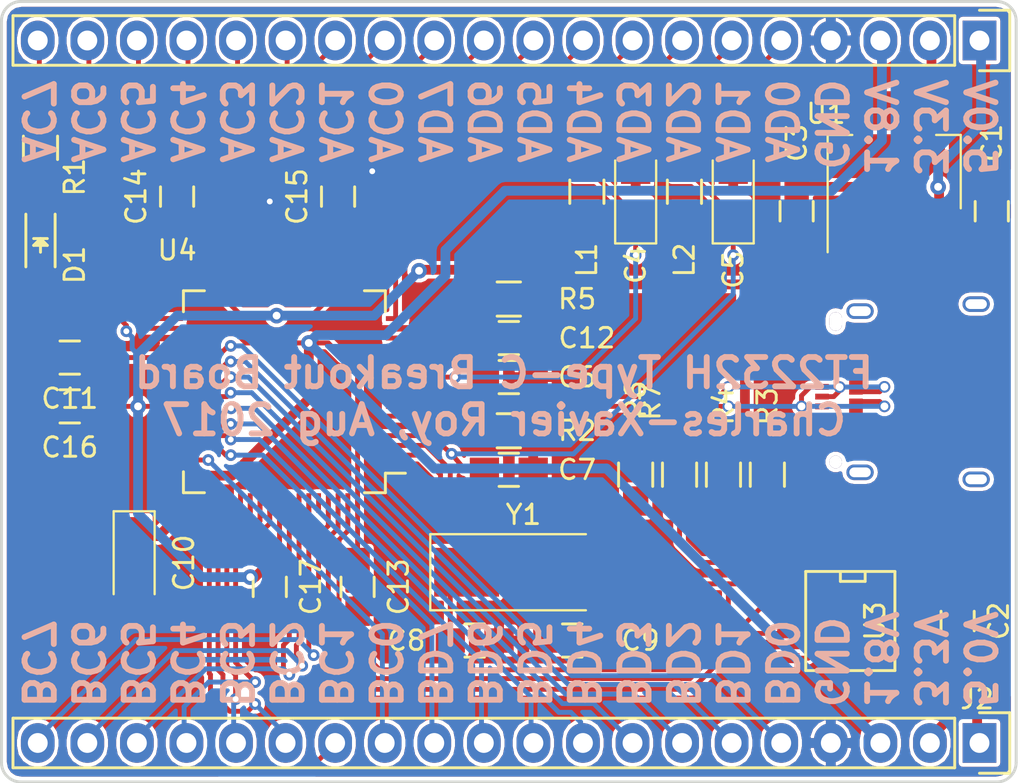
<source format=kicad_pcb>
(kicad_pcb (version 4) (host pcbnew 4.0.6)
  (layers (0 F.Cu signal) (31 B.Cu signal) (34 B.Paste user) (35 F.Paste user) (36 B.SilkS user) (37 F.SilkS user) (38 B.Mask user) (39 F.Mask user) (44 Edge.Cuts user))
  (net 0 "")
  (net 1 +5V)
  (net 2 GND)
  (net 3 +3V3)
  (net 4 "Net-(C4-Pad1)")
  (net 5 "Net-(C5-Pad1)")
  (net 6 "Net-(C8-Pad1)")
  (net 7 "Net-(C9-Pad1)")
  (net 8 +1V8)
  (net 9 "Net-(D1-Pad1)")
  (net 10 /AD0)
  (net 11 /AD1)
  (net 12 /AD2)
  (net 13 /AD3)
  (net 14 /AD4)
  (net 15 /AD5)
  (net 16 /AD6)
  (net 17 /AD7)
  (net 18 /AC0)
  (net 19 /AC1)
  (net 20 /AC2)
  (net 21 /AC3)
  (net 22 /AC4)
  (net 23 /AC5)
  (net 24 /AC6)
  (net 25 /AC7)
  (net 26 /BD0)
  (net 27 /BD1)
  (net 28 /BD2)
  (net 29 /BD3)
  (net 30 /BD4)
  (net 31 /BD5)
  (net 32 /BD6)
  (net 33 /BD7)
  (net 34 /BC0)
  (net 35 /BC1)
  (net 36 /BC2)
  (net 37 /BC3)
  (net 38 /BC4)
  (net 39 /BC5)
  (net 40 /BC6)
  (net 41 /BC7)
  (net 42 "Net-(R2-Pad1)")
  (net 43 "Net-(R3-Pad2)")
  (net 44 "Net-(R4-Pad1)")
  (net 45 "Net-(R5-Pad2)")
  (net 46 "Net-(R6-Pad2)")
  (net 47 "Net-(R7-Pad2)")
  (net 48 "Net-(U3-Pad7)")
  (net 49 "Net-(U3-Pad6)")
  (net 50 /D-)
  (net 51 /D+)
  (net 52 "Net-(U4-Pad36)")
  (net 53 "Net-(U4-Pad60)")
  (net 54 "Net-(J3-PadA2)")
  (net 55 "Net-(J3-PadA3)")
  (net 56 "Net-(J3-PadA5)")
  (net 57 "Net-(J3-PadA10)")
  (net 58 "Net-(J3-PadA11)")
  (net 59 "Net-(J3-PadA8)")
  (net 60 "Net-(J3-PadB8)")
  (net 61 "Net-(J3-PadB10)")
  (net 62 "Net-(J3-PadB11)")
  (net 63 "Net-(J3-PadB2)")
  (net 64 "Net-(J3-PadB3)")
  (net 65 "Net-(J3-PadB5)")
  (module Capacitors_SMD:C_0805_HandSoldering (layer F.Cu) (at 198.75 90.75 90)
    (fp_text reference C1 (at 3.5 0 90) (layer F.SilkS))
    (fp_text value 0.1uF)
    (pad 1 smd rect (at -1.25 0 90) (size 1.5 1.25) (layers F.Cu F.Paste F.Mask) (net 1 +5V))
    (pad 2 smd rect (at 1.25 0 90) (size 1.5 1.25) (layers F.Cu F.Paste F.Mask) (net 2 GND))
  )
  (module Capacitors_SMD:C_0805_HandSoldering (layer F.Cu) (at 197 111.75 270)
    (fp_text reference C2 (at 0 -2.1 270) (layer F.SilkS))
    (fp_text value 0.1uF)
    (pad 1 smd rect (at -1.25 0 270) (size 1.5 1.25) (layers F.Cu F.Paste F.Mask) (net 3 +3V3))
    (pad 2 smd rect (at 1.25 0 270) (size 1.5 1.25) (layers F.Cu F.Paste F.Mask) (net 2 GND))
  )
  (module Capacitors_SMD:C_0805_HandSoldering (layer F.Cu) (at 188.75 90.75 270)
    (fp_text reference C3 (at -3.5 0 270) (layer F.SilkS))
    (fp_text value 0.1uF)
    (pad 1 smd rect (at -1.25 0 270) (size 1.5 1.25) (layers F.Cu F.Paste F.Mask) (net 3 +3V3))
    (pad 2 smd rect (at 1.25 0 270) (size 1.5 1.25) (layers F.Cu F.Paste F.Mask) (net 2 GND))
  )
  (module Capacitors_SMD:C_0805_HandSoldering (layer F.Cu) (at 174 99.25)
    (fp_text reference C6 (at 3.5 0) (layer F.SilkS))
    (fp_text value 0.1uF)
    (pad 1 smd rect (at -1.25 0) (size 1.5 1.25) (layers F.Cu F.Paste F.Mask) (net 4 "Net-(C4-Pad1)"))
    (pad 2 smd rect (at 1.25 0) (size 1.5 1.25) (layers F.Cu F.Paste F.Mask) (net 2 GND))
  )
  (module Capacitors_SMD:C_0805_HandSoldering (layer F.Cu) (at 174 104)
    (fp_text reference C7 (at 3.5 0) (layer F.SilkS))
    (fp_text value 0.1uF)
    (pad 1 smd rect (at -1.25 0) (size 1.5 1.25) (layers F.Cu F.Paste F.Mask) (net 5 "Net-(C5-Pad1)"))
    (pad 2 smd rect (at 1.25 0) (size 1.5 1.25) (layers F.Cu F.Paste F.Mask) (net 2 GND))
  )
  (module Capacitors_SMD:C_0805_HandSoldering (layer F.Cu) (at 172.25 112.75)
    (fp_text reference C8 (at -3.5 0 180) (layer F.SilkS))
    (fp_text value 27pF)
    (pad 1 smd rect (at -1.25 0) (size 1.5 1.25) (layers F.Cu F.Paste F.Mask) (net 6 "Net-(C8-Pad1)"))
    (pad 2 smd rect (at 1.25 0) (size 1.5 1.25) (layers F.Cu F.Paste F.Mask) (net 2 GND))
  )
  (module Capacitors_SMD:C_0805_HandSoldering (layer F.Cu) (at 177.25 112.75 180)
    (fp_text reference C9 (at -3.5 0 180) (layer F.SilkS))
    (fp_text value 27pF)
    (pad 1 smd rect (at -1.25 0 180) (size 1.5 1.25) (layers F.Cu F.Paste F.Mask) (net 7 "Net-(C9-Pad1)"))
    (pad 2 smd rect (at 1.25 0 180) (size 1.5 1.25) (layers F.Cu F.Paste F.Mask) (net 2 GND))
  )
  (module LEDs:LED_0805 (layer F.Cu) (at 150 92.5 270)
    (fp_text reference D1 (at 1 -1.75 270) (layer F.SilkS))
    (fp_text value PWR)
    (pad 2 smd rect (at 1.04902 0 90) (size 1.19888 1.19888) (layers F.Cu F.Paste F.Mask) (net 3 +3V3))
    (pad 1 smd rect (at -1.04902 0 90) (size 1.19888 1.19888) (layers F.Cu F.Paste F.Mask) (net 9 "Net-(D1-Pad1)"))
  )
  (module Socket_Strips:Socket_Strip_Straight_1x20 (layer F.Cu) (at 198.12 82 180)
    (fp_text reference J1 hide)
    (fp_text value CONN_01X20 hide)
    (pad 1 thru_hole rect (at 0 0 180) (size 1.7272 2.032) (drill 1.016) (layers *.Cu *.Mask) (net 1 +5V))
    (pad 2 thru_hole oval (at 2.54 0 180) (size 1.7272 2.032) (drill 1.016) (layers *.Cu *.Mask) (net 3 +3V3))
    (pad 3 thru_hole oval (at 5.08 0 180) (size 1.7272 2.032) (drill 1.016) (layers *.Cu *.Mask) (net 8 +1V8))
    (pad 4 thru_hole oval (at 7.62 0 180) (size 1.7272 2.032) (drill 1.016) (layers *.Cu *.Mask) (net 2 GND))
    (pad 5 thru_hole oval (at 10.16 0 180) (size 1.7272 2.032) (drill 1.016) (layers *.Cu *.Mask) (net 10 /AD0))
    (pad 6 thru_hole oval (at 12.7 0 180) (size 1.7272 2.032) (drill 1.016) (layers *.Cu *.Mask) (net 11 /AD1))
    (pad 7 thru_hole oval (at 15.24 0 180) (size 1.7272 2.032) (drill 1.016) (layers *.Cu *.Mask) (net 12 /AD2))
    (pad 8 thru_hole oval (at 17.78 0 180) (size 1.7272 2.032) (drill 1.016) (layers *.Cu *.Mask) (net 13 /AD3))
    (pad 9 thru_hole oval (at 20.32 0 180) (size 1.7272 2.032) (drill 1.016) (layers *.Cu *.Mask) (net 14 /AD4))
    (pad 10 thru_hole oval (at 22.86 0 180) (size 1.7272 2.032) (drill 1.016) (layers *.Cu *.Mask) (net 15 /AD5))
    (pad 11 thru_hole oval (at 25.4 0 180) (size 1.7272 2.032) (drill 1.016) (layers *.Cu *.Mask) (net 16 /AD6))
    (pad 12 thru_hole oval (at 27.94 0 180) (size 1.7272 2.032) (drill 1.016) (layers *.Cu *.Mask) (net 17 /AD7))
    (pad 13 thru_hole oval (at 30.48 0 180) (size 1.7272 2.032) (drill 1.016) (layers *.Cu *.Mask) (net 18 /AC0))
    (pad 14 thru_hole oval (at 33.02 0 180) (size 1.7272 2.032) (drill 1.016) (layers *.Cu *.Mask) (net 19 /AC1))
    (pad 15 thru_hole oval (at 35.56 0 180) (size 1.7272 2.032) (drill 1.016) (layers *.Cu *.Mask) (net 20 /AC2))
    (pad 16 thru_hole oval (at 38.1 0 180) (size 1.7272 2.032) (drill 1.016) (layers *.Cu *.Mask) (net 21 /AC3))
    (pad 17 thru_hole oval (at 40.64 0 180) (size 1.7272 2.032) (drill 1.016) (layers *.Cu *.Mask) (net 22 /AC4))
    (pad 18 thru_hole oval (at 43.18 0 180) (size 1.7272 2.032) (drill 1.016) (layers *.Cu *.Mask) (net 23 /AC5))
    (pad 19 thru_hole oval (at 45.72 0 180) (size 1.7272 2.032) (drill 1.016) (layers *.Cu *.Mask) (net 24 /AC6))
    (pad 20 thru_hole oval (at 48.26 0 180) (size 1.7272 2.032) (drill 1.016) (layers *.Cu *.Mask) (net 25 /AC7))
  )
  (module Socket_Strips:Socket_Strip_Straight_1x20 (layer F.Cu) (at 198.12 118 180)
    (fp_text reference J2 (at 0.12 2.25 180) (layer F.SilkS))
    (fp_text value CONN_01X20 hide)
    (pad 1 thru_hole rect (at 0 0 180) (size 1.7272 2.032) (drill 1.016) (layers *.Cu *.Mask) (net 1 +5V))
    (pad 2 thru_hole oval (at 2.54 0 180) (size 1.7272 2.032) (drill 1.016) (layers *.Cu *.Mask) (net 3 +3V3))
    (pad 3 thru_hole oval (at 5.08 0 180) (size 1.7272 2.032) (drill 1.016) (layers *.Cu *.Mask) (net 8 +1V8))
    (pad 4 thru_hole oval (at 7.62 0 180) (size 1.7272 2.032) (drill 1.016) (layers *.Cu *.Mask) (net 2 GND))
    (pad 5 thru_hole oval (at 10.16 0 180) (size 1.7272 2.032) (drill 1.016) (layers *.Cu *.Mask) (net 26 /BD0))
    (pad 6 thru_hole oval (at 12.7 0 180) (size 1.7272 2.032) (drill 1.016) (layers *.Cu *.Mask) (net 27 /BD1))
    (pad 7 thru_hole oval (at 15.24 0 180) (size 1.7272 2.032) (drill 1.016) (layers *.Cu *.Mask) (net 28 /BD2))
    (pad 8 thru_hole oval (at 17.78 0 180) (size 1.7272 2.032) (drill 1.016) (layers *.Cu *.Mask) (net 29 /BD3))
    (pad 9 thru_hole oval (at 20.32 0 180) (size 1.7272 2.032) (drill 1.016) (layers *.Cu *.Mask) (net 30 /BD4))
    (pad 10 thru_hole oval (at 22.86 0 180) (size 1.7272 2.032) (drill 1.016) (layers *.Cu *.Mask) (net 31 /BD5))
    (pad 11 thru_hole oval (at 25.4 0 180) (size 1.7272 2.032) (drill 1.016) (layers *.Cu *.Mask) (net 32 /BD6))
    (pad 12 thru_hole oval (at 27.94 0 180) (size 1.7272 2.032) (drill 1.016) (layers *.Cu *.Mask) (net 33 /BD7))
    (pad 13 thru_hole oval (at 30.48 0 180) (size 1.7272 2.032) (drill 1.016) (layers *.Cu *.Mask) (net 34 /BC0))
    (pad 14 thru_hole oval (at 33.02 0 180) (size 1.7272 2.032) (drill 1.016) (layers *.Cu *.Mask) (net 35 /BC1))
    (pad 15 thru_hole oval (at 35.56 0 180) (size 1.7272 2.032) (drill 1.016) (layers *.Cu *.Mask) (net 36 /BC2))
    (pad 16 thru_hole oval (at 38.1 0 180) (size 1.7272 2.032) (drill 1.016) (layers *.Cu *.Mask) (net 37 /BC3))
    (pad 17 thru_hole oval (at 40.64 0 180) (size 1.7272 2.032) (drill 1.016) (layers *.Cu *.Mask) (net 38 /BC4))
    (pad 18 thru_hole oval (at 43.18 0 180) (size 1.7272 2.032) (drill 1.016) (layers *.Cu *.Mask) (net 39 /BC5))
    (pad 19 thru_hole oval (at 45.72 0 180) (size 1.7272 2.032) (drill 1.016) (layers *.Cu *.Mask) (net 40 /BC6))
    (pad 20 thru_hole oval (at 48.26 0 180) (size 1.7272 2.032) (drill 1.016) (layers *.Cu *.Mask) (net 41 /BC7))
  )
  (module Resistors_SMD:R_0805_HandSoldering (layer F.Cu) (at 178 89.75 90)
    (fp_text reference L1 (at -3.5 0 90) (layer F.SilkS))
    (fp_text value L_Core_Ferrite)
    (pad 1 smd rect (at -1.35 0 90) (size 1.5 1.3) (layers F.Cu F.Paste F.Mask) (net 3 +3V3))
    (pad 2 smd rect (at 1.35 0 90) (size 1.5 1.3) (layers F.Cu F.Paste F.Mask) (net 4 "Net-(C4-Pad1)"))
  )
  (module Resistors_SMD:R_0805_HandSoldering (layer F.Cu) (at 183 89.75 90)
    (fp_text reference L2 (at -3.5 0 90) (layer F.SilkS))
    (fp_text value L_Core_Ferrite)
    (pad 1 smd rect (at -1.35 0 90) (size 1.5 1.3) (layers F.Cu F.Paste F.Mask) (net 3 +3V3))
    (pad 2 smd rect (at 1.35 0 90) (size 1.5 1.3) (layers F.Cu F.Paste F.Mask) (net 5 "Net-(C5-Pad1)"))
  )
  (module Resistors_SMD:R_0805_HandSoldering (layer F.Cu) (at 150 87.5 90)
    (fp_text reference R1 (at -1.5 1.75 90) (layer F.SilkS))
    (fp_text value 470R)
    (pad 1 smd rect (at -1.35 0 90) (size 1.5 1.3) (layers F.Cu F.Paste F.Mask) (net 9 "Net-(D1-Pad1)"))
    (pad 2 smd rect (at 1.35 0 90) (size 1.5 1.3) (layers F.Cu F.Paste F.Mask) (net 2 GND))
  )
  (module Resistors_SMD:R_0805_HandSoldering (layer F.Cu) (at 174 102)
    (fp_text reference R2 (at 3.5 0) (layer F.SilkS))
    (fp_text value "12K 1%")
    (pad 1 smd rect (at -1.35 0) (size 1.5 1.3) (layers F.Cu F.Paste F.Mask) (net 42 "Net-(R2-Pad1)"))
    (pad 2 smd rect (at 1.35 0) (size 1.5 1.3) (layers F.Cu F.Paste F.Mask) (net 2 GND))
  )
  (module Resistors_SMD:R_0805_HandSoldering (layer F.Cu) (at 187.25 104.25 270)
    (fp_text reference R3 (at -3.5 0 270) (layer F.SilkS))
    (fp_text value 10k)
    (pad 1 smd rect (at -1.35 0 270) (size 1.5 1.3) (layers F.Cu F.Paste F.Mask) (net 3 +3V3))
    (pad 2 smd rect (at 1.35 0 270) (size 1.5 1.3) (layers F.Cu F.Paste F.Mask) (net 43 "Net-(R3-Pad2)"))
  )
  (module Resistors_SMD:R_0805_HandSoldering (layer F.Cu) (at 185 104.25 90)
    (fp_text reference R4 (at 3.5 0 90) (layer F.SilkS))
    (fp_text value 2.2k)
    (pad 1 smd rect (at -1.35 0 90) (size 1.5 1.3) (layers F.Cu F.Paste F.Mask) (net 44 "Net-(R4-Pad1)"))
    (pad 2 smd rect (at 1.35 0 90) (size 1.5 1.3) (layers F.Cu F.Paste F.Mask) (net 43 "Net-(R3-Pad2)"))
  )
  (module Resistors_SMD:R_0805_HandSoldering (layer F.Cu) (at 174 95.25 180)
    (fp_text reference R5 (at -3.5 0 180) (layer F.SilkS))
    (fp_text value 10K)
    (pad 1 smd rect (at -1.35 0 180) (size 1.5 1.3) (layers F.Cu F.Paste F.Mask) (net 3 +3V3))
    (pad 2 smd rect (at 1.35 0 180) (size 1.5 1.3) (layers F.Cu F.Paste F.Mask) (net 45 "Net-(R5-Pad2)"))
  )
  (module Resistors_SMD:R_0805_HandSoldering (layer F.Cu) (at 180.5 104.25 270)
    (fp_text reference R6 (at -3.85 0 270) (layer F.SilkS))
    (fp_text value 10k)
    (pad 1 smd rect (at -1.35 0 270) (size 1.5 1.3) (layers F.Cu F.Paste F.Mask) (net 3 +3V3))
    (pad 2 smd rect (at 1.35 0 270) (size 1.5 1.3) (layers F.Cu F.Paste F.Mask) (net 46 "Net-(R6-Pad2)"))
  )
  (module Resistors_SMD:R_0805_HandSoldering (layer F.Cu) (at 182.75 104.25 270)
    (fp_text reference R7 (at -3.75 1.5 270) (layer F.SilkS))
    (fp_text value 10k)
    (pad 1 smd rect (at -1.35 0 270) (size 1.5 1.3) (layers F.Cu F.Paste F.Mask) (net 3 +3V3))
    (pad 2 smd rect (at 1.35 0 270) (size 1.5 1.3) (layers F.Cu F.Paste F.Mask) (net 47 "Net-(R7-Pad2)"))
  )
  (module TO_SOT_Packages_SMD:SOT-223 (layer F.Cu) (at 193.75 88.75 90)
    (fp_text reference U1 (at 3 -3.5 180) (layer F.SilkS))
    (fp_text value LD1117S33TR)
    (pad 4 smd rect (at 3.15 0 90) (size 2 3.8) (layers F.Cu F.Paste F.Mask))
    (pad 2 smd rect (at -3.15 0 90) (size 2 1.5) (layers F.Cu F.Paste F.Mask) (net 3 +3V3))
    (pad 3 smd rect (at -3.15 2.3 90) (size 2 1.5) (layers F.Cu F.Paste F.Mask) (net 1 +5V))
    (pad 1 smd rect (at -3.15 -2.3 90) (size 2 1.5) (layers F.Cu F.Paste F.Mask) (net 2 GND))
  )
  (module SMD_Packages:SOIC-8-N (layer F.Cu) (at 191.5 111.75 270)
    (fp_text reference U3 (at 0 -1.27 270) (layer F.SilkS))
    (fp_text value 93CxxB)
    (pad 8 smd rect (at -1.905 -3.175 270) (size 0.508 1.143) (layers F.Cu F.Paste F.Mask) (net 3 +3V3))
    (pad 7 smd rect (at -0.635 -3.175 270) (size 0.508 1.143) (layers F.Cu F.Paste F.Mask) (net 48 "Net-(U3-Pad7)"))
    (pad 6 smd rect (at 0.635 -3.175 270) (size 0.508 1.143) (layers F.Cu F.Paste F.Mask) (net 49 "Net-(U3-Pad6)"))
    (pad 5 smd rect (at 1.905 -3.175 270) (size 0.508 1.143) (layers F.Cu F.Paste F.Mask) (net 2 GND))
    (pad 4 smd rect (at 1.905 3.175 270) (size 0.508 1.143) (layers F.Cu F.Paste F.Mask) (net 43 "Net-(R3-Pad2)"))
    (pad 3 smd rect (at 0.635 3.175 270) (size 0.508 1.143) (layers F.Cu F.Paste F.Mask) (net 44 "Net-(R4-Pad1)"))
    (pad 2 smd rect (at -0.635 3.175 270) (size 0.508 1.143) (layers F.Cu F.Paste F.Mask) (net 47 "Net-(R7-Pad2)"))
    (pad 1 smd rect (at -1.905 3.175 270) (size 0.508 1.143) (layers F.Cu F.Paste F.Mask) (net 46 "Net-(R6-Pad2)"))
  )
  (module Housings_QFP:LQFP-64_10x10mm_Pitch0.5mm (layer F.Cu) (at 162.5 100 180)
    (fp_text reference U4 (at 5.5 7.25 180) (layer F.SilkS))
    (fp_text value FT2232H hide)
    (pad 1 smd rect (at -5.7 -3.75 180) (size 1 0.25) (layers F.Cu F.Paste F.Mask) (net 2 GND))
    (pad 2 smd rect (at -5.7 -3.25 180) (size 1 0.25) (layers F.Cu F.Paste F.Mask) (net 6 "Net-(C8-Pad1)"))
    (pad 3 smd rect (at -5.7 -2.75 180) (size 1 0.25) (layers F.Cu F.Paste F.Mask) (net 7 "Net-(C9-Pad1)"))
    (pad 4 smd rect (at -5.7 -2.25 180) (size 1 0.25) (layers F.Cu F.Paste F.Mask) (net 5 "Net-(C5-Pad1)"))
    (pad 5 smd rect (at -5.7 -1.75 180) (size 1 0.25) (layers F.Cu F.Paste F.Mask) (net 2 GND))
    (pad 6 smd rect (at -5.7 -1.25 180) (size 1 0.25) (layers F.Cu F.Paste F.Mask) (net 42 "Net-(R2-Pad1)"))
    (pad 7 smd rect (at -5.7 -0.75 180) (size 1 0.25) (layers F.Cu F.Paste F.Mask) (net 50 /D-))
    (pad 8 smd rect (at -5.7 -0.25 180) (size 1 0.25) (layers F.Cu F.Paste F.Mask) (net 51 /D+))
    (pad 9 smd rect (at -5.7 0.25 180) (size 1 0.25) (layers F.Cu F.Paste F.Mask) (net 4 "Net-(C4-Pad1)"))
    (pad 10 smd rect (at -5.7 0.75 180) (size 1 0.25) (layers F.Cu F.Paste F.Mask) (net 2 GND))
    (pad 11 smd rect (at -5.7 1.25 180) (size 1 0.25) (layers F.Cu F.Paste F.Mask) (net 2 GND))
    (pad 12 smd rect (at -5.7 1.75 180) (size 1 0.25) (layers F.Cu F.Paste F.Mask) (net 8 +1V8))
    (pad 13 smd rect (at -5.7 2.25 180) (size 1 0.25) (layers F.Cu F.Paste F.Mask) (net 2 GND))
    (pad 14 smd rect (at -5.7 2.75 180) (size 1 0.25) (layers F.Cu F.Paste F.Mask) (net 45 "Net-(R5-Pad2)"))
    (pad 15 smd rect (at -5.7 3.25 180) (size 1 0.25) (layers F.Cu F.Paste F.Mask) (net 2 GND))
    (pad 16 smd rect (at -5.7 3.75 180) (size 1 0.25) (layers F.Cu F.Paste F.Mask) (net 10 /AD0))
    (pad 17 smd rect (at -3.75 5.7 270) (size 1 0.25) (layers F.Cu F.Paste F.Mask) (net 11 /AD1))
    (pad 18 smd rect (at -3.25 5.7 270) (size 1 0.25) (layers F.Cu F.Paste F.Mask) (net 12 /AD2))
    (pad 19 smd rect (at -2.75 5.7 270) (size 1 0.25) (layers F.Cu F.Paste F.Mask) (net 13 /AD3))
    (pad 20 smd rect (at -2.25 5.7 270) (size 1 0.25) (layers F.Cu F.Paste F.Mask) (net 3 +3V3))
    (pad 21 smd rect (at -1.75 5.7 270) (size 1 0.25) (layers F.Cu F.Paste F.Mask) (net 14 /AD4))
    (pad 22 smd rect (at -1.25 5.7 270) (size 1 0.25) (layers F.Cu F.Paste F.Mask) (net 15 /AD5))
    (pad 23 smd rect (at -0.75 5.7 270) (size 1 0.25) (layers F.Cu F.Paste F.Mask) (net 16 /AD6))
    (pad 24 smd rect (at -0.25 5.7 270) (size 1 0.25) (layers F.Cu F.Paste F.Mask) (net 17 /AD7))
    (pad 25 smd rect (at 0.25 5.7 270) (size 1 0.25) (layers F.Cu F.Paste F.Mask) (net 2 GND))
    (pad 26 smd rect (at 0.75 5.7 270) (size 1 0.25) (layers F.Cu F.Paste F.Mask) (net 18 /AC0))
    (pad 27 smd rect (at 1.25 5.7 270) (size 1 0.25) (layers F.Cu F.Paste F.Mask) (net 19 /AC1))
    (pad 28 smd rect (at 1.75 5.7 270) (size 1 0.25) (layers F.Cu F.Paste F.Mask) (net 20 /AC2))
    (pad 29 smd rect (at 2.25 5.7 270) (size 1 0.25) (layers F.Cu F.Paste F.Mask) (net 21 /AC3))
    (pad 30 smd rect (at 2.75 5.7 270) (size 1 0.25) (layers F.Cu F.Paste F.Mask) (net 22 /AC4))
    (pad 31 smd rect (at 3.25 5.7 270) (size 1 0.25) (layers F.Cu F.Paste F.Mask) (net 3 +3V3))
    (pad 32 smd rect (at 3.75 5.7 270) (size 1 0.25) (layers F.Cu F.Paste F.Mask) (net 23 /AC5))
    (pad 33 smd rect (at 5.7 3.75 180) (size 1 0.25) (layers F.Cu F.Paste F.Mask) (net 24 /AC6))
    (pad 34 smd rect (at 5.7 3.25 180) (size 1 0.25) (layers F.Cu F.Paste F.Mask) (net 25 /AC7))
    (pad 35 smd rect (at 5.7 2.75 180) (size 1 0.25) (layers F.Cu F.Paste F.Mask) (net 2 GND))
    (pad 36 smd rect (at 5.7 2.25 180) (size 1 0.25) (layers F.Cu F.Paste F.Mask) (net 52 "Net-(U4-Pad36)"))
    (pad 37 smd rect (at 5.7 1.75 180) (size 1 0.25) (layers F.Cu F.Paste F.Mask) (net 8 +1V8))
    (pad 38 smd rect (at 5.7 1.25 180) (size 1 0.25) (layers F.Cu F.Paste F.Mask) (net 26 /BD0))
    (pad 39 smd rect (at 5.7 0.75 180) (size 1 0.25) (layers F.Cu F.Paste F.Mask) (net 27 /BD1))
    (pad 40 smd rect (at 5.7 0.25 180) (size 1 0.25) (layers F.Cu F.Paste F.Mask) (net 28 /BD2))
    (pad 41 smd rect (at 5.7 -0.25 180) (size 1 0.25) (layers F.Cu F.Paste F.Mask) (net 29 /BD3))
    (pad 42 smd rect (at 5.7 -0.75 180) (size 1 0.25) (layers F.Cu F.Paste F.Mask) (net 3 +3V3))
    (pad 43 smd rect (at 5.7 -1.25 180) (size 1 0.25) (layers F.Cu F.Paste F.Mask) (net 30 /BD4))
    (pad 44 smd rect (at 5.7 -1.75 180) (size 1 0.25) (layers F.Cu F.Paste F.Mask) (net 31 /BD5))
    (pad 45 smd rect (at 5.7 -2.25 180) (size 1 0.25) (layers F.Cu F.Paste F.Mask) (net 32 /BD6))
    (pad 46 smd rect (at 5.7 -2.75 180) (size 1 0.25) (layers F.Cu F.Paste F.Mask) (net 33 /BD7))
    (pad 47 smd rect (at 5.7 -3.25 180) (size 1 0.25) (layers F.Cu F.Paste F.Mask) (net 2 GND))
    (pad 48 smd rect (at 5.7 -3.75 180) (size 1 0.25) (layers F.Cu F.Paste F.Mask) (net 34 /BC0))
    (pad 49 smd rect (at 3.75 -5.7 270) (size 1 0.25) (layers F.Cu F.Paste F.Mask) (net 8 +1V8))
    (pad 50 smd rect (at 3.25 -5.7 270) (size 1 0.25) (layers F.Cu F.Paste F.Mask) (net 3 +3V3))
    (pad 51 smd rect (at 2.75 -5.7 270) (size 1 0.25) (layers F.Cu F.Paste F.Mask) (net 2 GND))
    (pad 52 smd rect (at 2.25 -5.7 270) (size 1 0.25) (layers F.Cu F.Paste F.Mask) (net 35 /BC1))
    (pad 53 smd rect (at 1.75 -5.7 270) (size 1 0.25) (layers F.Cu F.Paste F.Mask) (net 36 /BC2))
    (pad 54 smd rect (at 1.25 -5.7 270) (size 1 0.25) (layers F.Cu F.Paste F.Mask) (net 37 /BC3))
    (pad 55 smd rect (at 0.75 -5.7 270) (size 1 0.25) (layers F.Cu F.Paste F.Mask) (net 38 /BC4))
    (pad 56 smd rect (at 0.25 -5.7 270) (size 1 0.25) (layers F.Cu F.Paste F.Mask) (net 3 +3V3))
    (pad 57 smd rect (at -0.25 -5.7 270) (size 1 0.25) (layers F.Cu F.Paste F.Mask) (net 39 /BC5))
    (pad 58 smd rect (at -0.75 -5.7 270) (size 1 0.25) (layers F.Cu F.Paste F.Mask) (net 40 /BC6))
    (pad 59 smd rect (at -1.25 -5.7 270) (size 1 0.25) (layers F.Cu F.Paste F.Mask) (net 41 /BC7))
    (pad 60 smd rect (at -1.75 -5.7 270) (size 1 0.25) (layers F.Cu F.Paste F.Mask) (net 53 "Net-(U4-Pad60)"))
    (pad 61 smd rect (at -2.25 -5.7 270) (size 1 0.25) (layers F.Cu F.Paste F.Mask) (net 44 "Net-(R4-Pad1)"))
    (pad 62 smd rect (at -2.75 -5.7 270) (size 1 0.25) (layers F.Cu F.Paste F.Mask) (net 47 "Net-(R7-Pad2)"))
    (pad 63 smd rect (at -3.25 -5.7 270) (size 1 0.25) (layers F.Cu F.Paste F.Mask) (net 46 "Net-(R6-Pad2)"))
    (pad 64 smd rect (at -3.75 -5.7 270) (size 1 0.25) (layers F.Cu F.Paste F.Mask) (net 8 +1V8))
  )
  (module Crystals:Crystal_SMD_0603-2pin_6.0x3.5mm_HandSoldering (layer F.Cu) (at 174.75 109.25)
    (fp_text reference Y1 (at 0 -2.95) (layer F.SilkS))
    (fp_text value 12Mhz hide)
    (pad 1 smd rect (at -2.9125 0) (size 3.325 2.5) (layers F.Cu F.Mask) (net 6 "Net-(C8-Pad1)"))
    (pad 2 smd rect (at 2.9125 0) (size 3.325 2.5) (layers F.Cu F.Mask) (net 7 "Net-(C9-Pad1)"))
  )
  (module Capacitors_SMD:C_0805_HandSoldering (layer F.Cu) (at 151.5 98.25 180)
    (fp_text reference C11 (at 0 -2.1 180) (layer F.SilkS))
    (fp_text value 0.1uF)
    (pad 1 smd rect (at -1.25 0 180) (size 1.5 1.25) (layers F.Cu F.Paste F.Mask) (net 8 +1V8))
    (pad 2 smd rect (at 1.25 0 180) (size 1.5 1.25) (layers F.Cu F.Paste F.Mask) (net 2 GND))
  )
  (module Capacitors_SMD:C_0805_HandSoldering (layer F.Cu) (at 174 97.25)
    (fp_text reference C12 (at 4 0) (layer F.SilkS))
    (fp_text value 0.1uF)
    (pad 1 smd rect (at -1.25 0) (size 1.5 1.25) (layers F.Cu F.Paste F.Mask) (net 8 +1V8))
    (pad 2 smd rect (at 1.25 0) (size 1.5 1.25) (layers F.Cu F.Paste F.Mask) (net 2 GND))
  )
  (module Capacitors_SMD:C_0805_HandSoldering (layer F.Cu) (at 166.25 110 270)
    (fp_text reference C13 (at 0 -2.1 270) (layer F.SilkS))
    (fp_text value 0.1uF)
    (pad 1 smd rect (at -1.25 0 270) (size 1.5 1.25) (layers F.Cu F.Paste F.Mask) (net 8 +1V8))
    (pad 2 smd rect (at 1.25 0 270) (size 1.5 1.25) (layers F.Cu F.Paste F.Mask) (net 2 GND))
  )
  (module Capacitors_SMD:C_0805_HandSoldering (layer F.Cu) (at 157 90 90)
    (fp_text reference C14 (at 0 -2.1 90) (layer F.SilkS))
    (fp_text value 0.1uF)
    (pad 1 smd rect (at -1.25 0 90) (size 1.5 1.25) (layers F.Cu F.Paste F.Mask) (net 3 +3V3))
    (pad 2 smd rect (at 1.25 0 90) (size 1.5 1.25) (layers F.Cu F.Paste F.Mask) (net 2 GND))
  )
  (module Capacitors_SMD:C_0805_HandSoldering (layer F.Cu) (at 165.25 90 90)
    (fp_text reference C15 (at 0 -2.1 90) (layer F.SilkS))
    (fp_text value 0.1uF)
    (pad 1 smd rect (at -1.25 0 90) (size 1.5 1.25) (layers F.Cu F.Paste F.Mask) (net 3 +3V3))
    (pad 2 smd rect (at 1.25 0 90) (size 1.5 1.25) (layers F.Cu F.Paste F.Mask) (net 2 GND))
  )
  (module Capacitors_SMD:C_0805_HandSoldering (layer F.Cu) (at 151.5 100.75 180)
    (fp_text reference C16 (at 0 -2.1 180) (layer F.SilkS))
    (fp_text value 0.1uF)
    (pad 1 smd rect (at -1.25 0 180) (size 1.5 1.25) (layers F.Cu F.Paste F.Mask) (net 3 +3V3))
    (pad 2 smd rect (at 1.25 0 180) (size 1.5 1.25) (layers F.Cu F.Paste F.Mask) (net 2 GND))
  )
  (module Capacitors_SMD:C_0805_HandSoldering (layer F.Cu) (at 161.75 110 270)
    (fp_text reference C17 (at 0 -2.1 270) (layer F.SilkS))
    (fp_text value 0.1uF)
    (pad 1 smd rect (at -1.25 0 270) (size 1.5 1.25) (layers F.Cu F.Paste F.Mask) (net 3 +3V3))
    (pad 2 smd rect (at 1.25 0 270) (size 1.5 1.25) (layers F.Cu F.Paste F.Mask) (net 2 GND))
  )
  (module "Land Patterns:12401598E4#2ACT-ND" (layer F.Cu) (at 190.75 100 90)
    (fp_text reference J3 hide)
    (fp_text value USB_TYPE_C hide)
    (pad A1 smd rect (at -2.75 -0.7 90) (size 0.3 0.7) (layers F.Cu F.Paste F.Mask) (net 2 GND))
    (pad A2 smd rect (at -2.25 -0.7 90) (size 0.3 0.7) (layers F.Cu F.Paste F.Mask) (net 54 "Net-(J3-PadA2)"))
    (pad A3 smd rect (at -1.75 -0.7 90) (size 0.3 0.7) (layers F.Cu F.Paste F.Mask) (net 55 "Net-(J3-PadA3)"))
    (pad A4 smd rect (at -1.25 -0.7 90) (size 0.3 0.7) (layers F.Cu F.Paste F.Mask) (net 1 +5V))
    (pad A5 smd rect (at -0.75 -0.7 90) (size 0.3 0.7) (layers F.Cu F.Paste F.Mask) (net 56 "Net-(J3-PadA5)"))
    (pad A6 smd rect (at -0.25 -0.7 90) (size 0.3 0.7) (layers F.Cu F.Paste F.Mask) (net 51 /D+))
    (pad A10 smd rect (at 1.75 -0.7 90) (size 0.3 0.7) (layers F.Cu F.Paste F.Mask) (net 57 "Net-(J3-PadA10)"))
    (pad A7 smd rect (at 0.25 -0.7 90) (size 0.3 0.7) (layers F.Cu F.Paste F.Mask) (net 50 /D-))
    (pad A11 smd rect (at 2.25 -0.7 90) (size 0.3 0.7) (layers F.Cu F.Paste F.Mask) (net 58 "Net-(J3-PadA11)"))
    (pad A8 smd rect (at 0.75 -0.7 90) (size 0.3 0.7) (layers F.Cu F.Paste F.Mask) (net 59 "Net-(J3-PadA8)"))
    (pad A9 smd rect (at 1.25 -0.7 90) (size 0.3 0.7) (layers F.Cu F.Paste F.Mask) (net 1 +5V))
    (pad A12 smd rect (at 2.75 -0.7 90) (size 0.3 0.7) (layers F.Cu F.Paste F.Mask) (net 2 GND))
    (pad B12 smd rect (at -3 1.04 270) (size 0.3 0.7) (layers F.Cu F.Paste F.Mask) (net 2 GND))
    (pad B7 smd rect (at -0.5 1.04 270) (size 0.3 0.7) (layers F.Cu F.Paste F.Mask) (net 50 /D-))
    (pad B9 smd rect (at -1.5 1.04 270) (size 0.3 0.7) (layers F.Cu F.Paste F.Mask) (net 1 +5V))
    (pad B8 smd rect (at -1 1.04 270) (size 0.3 0.7) (layers F.Cu F.Paste F.Mask) (net 60 "Net-(J3-PadB8)"))
    (pad B10 smd rect (at -2 1.04 270) (size 0.3 0.7) (layers F.Cu F.Paste F.Mask) (net 61 "Net-(J3-PadB10)"))
    (pad B11 smd rect (at -2.5 1.04 270) (size 0.3 0.7) (layers F.Cu F.Paste F.Mask) (net 62 "Net-(J3-PadB11)"))
    (pad B2 smd rect (at 2 1.04 270) (size 0.3 0.7) (layers F.Cu F.Paste F.Mask) (net 63 "Net-(J3-PadB2)"))
    (pad B1 smd rect (at 2.5 1.04 270) (size 0.3 0.7) (layers F.Cu F.Paste F.Mask) (net 2 GND))
    (pad B3 smd rect (at 1.5 1.04 270) (size 0.3 0.7) (layers F.Cu F.Paste F.Mask) (net 64 "Net-(J3-PadB3)"))
    (pad B4 smd rect (at 1 1.04 270) (size 0.3 0.7) (layers F.Cu F.Paste F.Mask) (net 1 +5V))
    (pad B5 smd rect (at 0.5 1.04 270) (size 0.3 0.7) (layers F.Cu F.Paste F.Mask) (net 65 "Net-(J3-PadB5)"))
    (pad B6 smd rect (at 0 1.04 270) (size 0.3 0.7) (layers F.Cu F.Paste F.Mask) (net 51 /D+))
    (pad S thru_hole oval (at 4.13 1.25 270) (size 0.8 1.4) (drill oval 0.5 1.1) (layers *.Cu *.Mask))
    (pad S thru_hole oval (at -4.13 1.25 270) (size 0.8 1.4) (drill oval 0.5 1.1) (layers *.Cu *.Mask))
    (pad S thru_hole oval (at -4.49 7.2 270) (size 0.8 1.4) (drill oval 0.5 1.1) (layers *.Cu *.Mask))
    (pad S thru_hole oval (at 4.49 7.2 270) (size 0.8 1.4) (drill oval 0.5 1.1) (layers *.Cu *.Mask))
    (pad MT thru_hole circle (at -3.6 0 270) (size 0.65 0.65) (drill 0.65) (layers *.Cu *.Mask))
    (pad MT thru_hole oval (at 3.6 0 270) (size 0.95 0.65) (drill oval 0.95 0.65) (layers *.Cu *.Mask))
  )
  (module Capacitors_Tantalum_SMD:CP_Tantalum_Case-A_EIA-3216-18_Reflow (layer F.Cu) (at 185.5 89.75 90)
    (fp_text reference C5 (at -4 0 90) (layer F.SilkS))
    (fp_text value 4.7uF)
    (pad 1 smd rect (at -1.375 0 90) (size 1.95 1.5) (layers F.Cu F.Paste F.Mask) (net 5 "Net-(C5-Pad1)"))
    (pad 2 smd rect (at 1.375 0 90) (size 1.95 1.5) (layers F.Cu F.Paste F.Mask) (net 2 GND))
  )
  (module Capacitors_Tantalum_SMD:CP_Tantalum_Case-A_EIA-3216-18_Reflow (layer F.Cu) (at 180.5 89.75 90)
    (fp_text reference C4 (at -3.75 0 90) (layer F.SilkS))
    (fp_text value 4.7uF)
    (pad 1 smd rect (at -1.375 0 90) (size 1.95 1.5) (layers F.Cu F.Paste F.Mask) (net 4 "Net-(C4-Pad1)"))
    (pad 2 smd rect (at 1.375 0 90) (size 1.95 1.5) (layers F.Cu F.Paste F.Mask) (net 2 GND))
  )
  (module Capacitors_Tantalum_SMD:CP_Tantalum_Case-A_EIA-3216-18_Reflow (layer F.Cu) (at 154.8 108.775 270)
    (fp_text reference C10 (at 0 -2.55 270) (layer F.SilkS))
    (fp_text value 3.3uF)
    (pad 1 smd rect (at -1.375 0 270) (size 1.95 1.5) (layers F.Cu F.Paste F.Mask) (net 8 +1V8))
    (pad 2 smd rect (at 1.375 0 270) (size 1.95 1.5) (layers F.Cu F.Paste F.Mask) (net 2 GND))
  )
  (gr_text "FT2232H Type-C Breakout Board\nCharles-Xavier Roy, Aug 2017" (at 173.75 100.25) (layer B.SilkS) (effects (font (size 1.5 1.5) (thickness 0.3)) (justify mirror)))
  (gr_text AC0 (at 167.64 83.82 270) (layer B.SilkS) (effects (font (size 1.5 1.5) (thickness 0.3)) (justify right mirror)))
  (gr_text AD6 (at 172.72 83.82 270) (layer B.SilkS) (effects (font (size 1.5 1.5) (thickness 0.3)) (justify right mirror)))
  (gr_text AD7 (at 170.18 83.82 270) (layer B.SilkS) (effects (font (size 1.5 1.5) (thickness 0.3)) (justify right mirror)))
  (gr_text AD4 (at 177.8 83.82 270) (layer B.SilkS) (effects (font (size 1.5 1.5) (thickness 0.3)) (justify right mirror)))
  (gr_text AD3 (at 180.34 83.82 270) (layer B.SilkS) (effects (font (size 1.5 1.5) (thickness 0.3)) (justify right mirror)))
  (gr_text AD5 (at 175.26 83.82 270) (layer B.SilkS) (effects (font (size 1.5 1.5) (thickness 0.3)) (justify right mirror)))
  (gr_text AC7 (at 149.86 83.82 270) (layer B.SilkS) (effects (font (size 1.5 1.5) (thickness 0.3)) (justify right mirror)))
  (gr_text AC5 (at 154.94 83.82 270) (layer B.SilkS) (effects (font (size 1.5 1.5) (thickness 0.3)) (justify right mirror)))
  (gr_text AC6 (at 152.4 83.82 270) (layer B.SilkS) (effects (font (size 1.5 1.5) (thickness 0.3)) (justify right mirror)))
  (gr_text AC1 (at 165.1 83.82 270) (layer B.SilkS) (effects (font (size 1.5 1.5) (thickness 0.3)) (justify right mirror)))
  (gr_text AC2 (at 162.56 83.82 270) (layer B.SilkS) (effects (font (size 1.5 1.5) (thickness 0.3)) (justify right mirror)))
  (gr_text AC3 (at 160.02 83.82 270) (layer B.SilkS) (effects (font (size 1.5 1.5) (thickness 0.3)) (justify right mirror)))
  (gr_text AC4 (at 157.48 83.82 270) (layer B.SilkS) (effects (font (size 1.5 1.5) (thickness 0.3)) (justify right mirror)))
  (gr_text 5.0V (at 198.12 83.82 270) (layer B.SilkS) (effects (font (size 1.5 1.5) (thickness 0.3)) (justify right mirror)))
  (gr_text GND (at 190.5 83.82 270) (layer B.SilkS) (effects (font (size 1.5 1.5) (thickness 0.3)) (justify right mirror)))
  (gr_text AD0 (at 187.96 83.82 270) (layer B.SilkS) (effects (font (size 1.5 1.5) (thickness 0.3)) (justify right mirror)))
  (gr_text AD2 (at 182.88 83.82 270) (layer B.SilkS) (effects (font (size 1.5 1.5) (thickness 0.3)) (justify right mirror)))
  (gr_text AD1 (at 185.42 83.82 270) (layer B.SilkS) (effects (font (size 1.5 1.5) (thickness 0.3)) (justify right mirror)))
  (gr_text 1.8V (at 193.04 83.82 270) (layer B.SilkS) (effects (font (size 1.5 1.5) (thickness 0.3)) (justify right mirror)))
  (gr_text 3.3V (at 195.58 83.82 270) (layer B.SilkS) (effects (font (size 1.5 1.5) (thickness 0.3)) (justify right mirror)))
  (gr_text 5.0V (at 198.12 116.34 270) (layer B.SilkS) (effects (font (size 1.5 1.5) (thickness 0.3)) (justify left mirror)))
  (gr_text 3.3V (at 195.58 116.34 270) (layer B.SilkS) (effects (font (size 1.5 1.5) (thickness 0.3)) (justify left mirror)))
  (gr_text 1.8V (at 193.04 116.34 270) (layer B.SilkS) (effects (font (size 1.5 1.5) (thickness 0.3)) (justify left mirror)))
  (gr_text GND (at 190.5 116.34 270) (layer B.SilkS) (effects (font (size 1.5 1.5) (thickness 0.3)) (justify left mirror)))
  (gr_text BC0 (at 167.64 116.34 270) (layer B.SilkS) (effects (font (size 1.5 1.5) (thickness 0.3)) (justify left mirror)))
  (gr_text BD0 (at 187.96 116.34 270) (layer B.SilkS) (effects (font (size 1.5 1.5) (thickness 0.3)) (justify left mirror)))
  (gr_text BD1 (at 185.42 116.34 270) (layer B.SilkS) (effects (font (size 1.5 1.5) (thickness 0.3)) (justify left mirror)))
  (gr_text BD2 (at 182.88 116.34 270) (layer B.SilkS) (effects (font (size 1.5 1.5) (thickness 0.3)) (justify left mirror)))
  (gr_text BD3 (at 180.34 116.34 270) (layer B.SilkS) (effects (font (size 1.5 1.5) (thickness 0.3)) (justify left mirror)))
  (gr_text BD4 (at 177.8 116.34 270) (layer B.SilkS) (effects (font (size 1.5 1.5) (thickness 0.3)) (justify left mirror)))
  (gr_text BD5 (at 175.26 116.34 270) (layer B.SilkS) (effects (font (size 1.5 1.5) (thickness 0.3)) (justify left mirror)))
  (gr_text BD6 (at 172.72 116.34 270) (layer B.SilkS) (effects (font (size 1.5 1.5) (thickness 0.3)) (justify left mirror)))
  (gr_text BD7 (at 170.18 116.34 270) (layer B.SilkS) (effects (font (size 1.5 1.5) (thickness 0.3)) (justify left mirror)))
  (gr_text BC1 (at 165.1 116.34 270) (layer B.SilkS) (effects (font (size 1.5 1.5) (thickness 0.3)) (justify left mirror)))
  (gr_text BC2 (at 162.56 116.34 270) (layer B.SilkS) (effects (font (size 1.5 1.5) (thickness 0.3)) (justify left mirror)))
  (gr_text BC3 (at 160.02 116.34 270) (layer B.SilkS) (effects (font (size 1.5 1.5) (thickness 0.3)) (justify left mirror)))
  (gr_text BC4 (at 157.48 116.34 270) (layer B.SilkS) (effects (font (size 1.5 1.5) (thickness 0.3)) (justify left mirror)))
  (gr_text BC5 (at 154.94 116.34 270) (layer B.SilkS) (effects (font (size 1.5 1.5) (thickness 0.3)) (justify left mirror)))
  (gr_text BC6 (at 152.4 116.34 270) (layer B.SilkS) (effects (font (size 1.5 1.5) (thickness 0.3)) (justify left mirror)))
  (gr_text BC7 (at 149.86 116.34 270) (layer B.SilkS) (effects (font (size 1.5 1.5) (thickness 0.3)) (justify left mirror)))
  (gr_arc (start 149 119) (end 149 120) (angle 90) (layer Edge.Cuts) (width 0.15))
  (gr_arc (start 149 81) (end 148 81) (angle 90) (layer Edge.Cuts) (width 0.15))
  (gr_arc (start 199 81) (end 199 80) (angle 90) (layer Edge.Cuts) (width 0.15))
  (gr_arc (start 199 119) (end 200 119) (angle 90) (layer Edge.Cuts) (width 0.15))
  (gr_line (start 199 80) (end 149 80) (layer Edge.Cuts) (width 0.15))
  (gr_line (start 149 120) (end 199 120) (layer Edge.Cuts) (width 0.15))
  (gr_line (start 148 81) (end 148 119) (layer Edge.Cuts) (width 0.15))
  (gr_line (start 200 81) (end 200 119) (layer Edge.Cuts) (width 0.15))
  (segment (start 199.25 115.234) (end 199.25 98.75) (width 0.5) (layer F.Cu) (net 1))
  (segment (start 199.25 98.75) (end 199.25 94.75) (width 0.5) (layer F.Cu) (net 1))
  (segment (start 194.25 98.75) (end 199.25 98.75) (width 0.5) (layer F.Cu) (net 1))
  (segment (start 193.5 101.5) (end 194.25 100.75) (width 0.25) (layer F.Cu) (net 1))
  (segment (start 194.25 100.75) (end 194.25 98.75) (width 0.25) (layer F.Cu) (net 1))
  (segment (start 191.79 101.5) (end 193.5 101.5) (width 0.25) (layer F.Cu) (net 1))
  (segment (start 192.64 98.75) (end 194.25 98.75) (width 0.25) (layer F.Cu) (net 1))
  (segment (start 191.79 99) (end 192.39 99) (width 0.25) (layer F.Cu) (net 1))
  (segment (start 192.39 99) (end 192.64 98.75) (width 0.25) (layer F.Cu) (net 1))
  (segment (start 190.05 101.25) (end 190.954998 101.25) (width 0.25) (layer F.Cu) (net 1))
  (segment (start 190.954998 101.25) (end 191.204998 101.5) (width 0.25) (layer F.Cu) (net 1))
  (segment (start 191.204998 101.5) (end 191.79 101.5) (width 0.25) (layer F.Cu) (net 1))
  (segment (start 191.79 99) (end 190.885002 99) (width 0.25) (layer F.Cu) (net 1))
  (segment (start 190.885002 99) (end 190.635002 98.75) (width 0.25) (layer F.Cu) (net 1))
  (segment (start 190.635002 98.75) (end 190.05 98.75) (width 0.25) (layer F.Cu) (net 1))
  (segment (start 198 118) (end 198 116.484) (width 0.5) (layer F.Cu) (net 1))
  (segment (start 198 116.484) (end 199.25 115.234) (width 0.5) (layer F.Cu) (net 1))
  (segment (start 199.25 94.75) (end 198.5 94) (width 0.5) (layer F.Cu) (net 1))
  (segment (start 198.5 94) (end 197 94) (width 0.5) (layer F.Cu) (net 1))
  (segment (start 197 94) (end 196.05 93.05) (width 0.5) (layer F.Cu) (net 1))
  (segment (start 196.05 93.05) (end 196.05 91.9) (width 0.5) (layer F.Cu) (net 1))
  (segment (start 196 89.5) (end 196 88.5) (width 0.5) (layer B.Cu) (net 1))
  (segment (start 196 88.5) (end 198.2 86.3) (width 0.5) (layer B.Cu) (net 1))
  (segment (start 198.2 86.3) (end 198.2 82) (width 0.5) (layer B.Cu) (net 1))
  (segment (start 196.05 91.9) (end 196.05 89.55) (width 0.5) (layer F.Cu) (net 1))
  (segment (start 196.05 89.55) (end 196 89.5) (width 0.5) (layer F.Cu) (net 1))
  (via (at 196 89.5) (size 0.8) (drill 0.4) (layers F.Cu B.Cu) (net 1))
  (segment (start 198.75 92) (end 196.15 92) (width 0.5) (layer F.Cu) (net 1))
  (segment (start 196.15 92) (end 196.05 91.9) (width 0.5) (layer F.Cu) (net 1))
  (segment (start 161.75 90.93154) (end 161.75 90.25) (width 0.25) (layer F.Cu) (net 2))
  (via (at 161.75 90.25) (size 0.6) (drill 0.3) (layers F.Cu B.Cu) (net 2))
  (segment (start 162.25 94.3) (end 162.25 91.43154) (width 0.25) (layer F.Cu) (net 2))
  (segment (start 162.25 91.43154) (end 161.75 90.93154) (width 0.25) (layer F.Cu) (net 2))
  (segment (start 165.25 88.75) (end 166.95 88.75) (width 0.25) (layer F.Cu) (net 2))
  (segment (start 166.95 88.75) (end 167 88.7) (width 0.25) (layer F.Cu) (net 2))
  (via (at 167 88.7) (size 0.6) (drill 0.3) (layers F.Cu B.Cu) (net 2))
  (segment (start 159.25 92.25) (end 158.25 91.25) (width 0.25) (layer F.Cu) (net 3))
  (segment (start 158.25 91.25) (end 157 91.25) (width 0.25) (layer F.Cu) (net 3))
  (segment (start 159.25 94.3) (end 159.25 92.25) (width 0.25) (layer F.Cu) (net 3))
  (segment (start 150 93.54902) (end 151.34902 93.54902) (width 0.25) (layer F.Cu) (net 3))
  (segment (start 151.34902 93.54902) (end 154.4 96.6) (width 0.25) (layer F.Cu) (net 3))
  (segment (start 154.4 96.6) (end 154.4 96.9) (width 0.25) (layer F.Cu) (net 3))
  (segment (start 154.4 96.9) (end 154.699999 97.199999) (width 0.25) (layer B.Cu) (net 3))
  (segment (start 154.699999 97.199999) (end 154.699999 97.799999) (width 0.25) (layer B.Cu) (net 3))
  (segment (start 154.699999 97.799999) (end 155 98.1) (width 0.25) (layer B.Cu) (net 3))
  (via (at 154.4 96.9) (size 0.6) (drill 0.3) (layers F.Cu B.Cu) (net 3))
  (segment (start 162.1 96.1) (end 157 96.1) (width 0.5) (layer B.Cu) (net 3))
  (segment (start 157 96.1) (end 155 98.1) (width 0.5) (layer B.Cu) (net 3))
  (segment (start 155 98.1) (end 155 100.75) (width 0.5) (layer B.Cu) (net 3))
  (segment (start 167.1 96.1) (end 162.1 96.1) (width 0.5) (layer B.Cu) (net 3))
  (via (at 162.1 96.1) (size 0.8) (drill 0.4) (layers F.Cu B.Cu) (net 3))
  (segment (start 169.4 93.8) (end 167.1 96.1) (width 0.5) (layer B.Cu) (net 3))
  (segment (start 172.110676 93.75) (end 169.45 93.75) (width 0.5) (layer F.Cu) (net 3))
  (segment (start 169.45 93.75) (end 169.4 93.8) (width 0.5) (layer F.Cu) (net 3))
  (via (at 169.4 93.8) (size 0.8) (drill 0.4) (layers F.Cu B.Cu) (net 3))
  (segment (start 176.95 93.75) (end 172.110676 93.75) (width 0.5) (layer F.Cu) (net 3))
  (segment (start 164 96) (end 164.75 95.25) (width 0.25) (layer F.Cu) (net 3))
  (segment (start 164.75 95.25) (end 164.75 94.3) (width 0.25) (layer F.Cu) (net 3))
  (segment (start 160.2 96) (end 164 96) (width 0.25) (layer F.Cu) (net 3))
  (segment (start 159.25 94.3) (end 159.25 95.05) (width 0.25) (layer F.Cu) (net 3))
  (segment (start 159.25 95.05) (end 160.2 96) (width 0.25) (layer F.Cu) (net 3))
  (segment (start 183 91.1) (end 183 94.5) (width 0.5) (layer F.Cu) (net 3))
  (segment (start 183 94.5) (end 181 94.5) (width 0.5) (layer F.Cu) (net 3))
  (segment (start 181 94.5) (end 177.7 94.5) (width 0.5) (layer F.Cu) (net 3))
  (segment (start 177.7 94.5) (end 176.95 93.75) (width 0.5) (layer F.Cu) (net 3))
  (segment (start 186 94.5) (end 181 94.5) (width 0.5) (layer F.Cu) (net 3))
  (segment (start 192.65 94.5) (end 188.5 94.5) (width 0.5) (layer F.Cu) (net 3))
  (segment (start 188.5 94.5) (end 186 94.5) (width 0.5) (layer F.Cu) (net 3))
  (segment (start 160.75 109.5) (end 161 109.5) (width 0.5) (layer F.Cu) (net 3))
  (segment (start 161 109.5) (end 161.75 108.75) (width 0.5) (layer F.Cu) (net 3))
  (segment (start 155 106.25) (end 158.25 109.5) (width 0.5) (layer B.Cu) (net 3))
  (segment (start 158.25 109.5) (end 160.75 109.5) (width 0.5) (layer B.Cu) (net 3))
  (via (at 160.75 109.5) (size 0.8) (drill 0.4) (layers F.Cu B.Cu) (net 3))
  (segment (start 155 100.75) (end 155 106.25) (width 0.5) (layer B.Cu) (net 3))
  (segment (start 156.8 100.75) (end 155 100.75) (width 0.25) (layer F.Cu) (net 3))
  (segment (start 155 100.75) (end 152.75 100.75) (width 0.25) (layer F.Cu) (net 3))
  (via (at 155 100.75) (size 0.8) (drill 0.4) (layers F.Cu B.Cu) (net 3))
  (segment (start 188.75 89.5) (end 192.85 89.5) (width 0.5) (layer F.Cu) (net 3))
  (segment (start 192.85 89.5) (end 193.75 90.4) (width 0.5) (layer F.Cu) (net 3))
  (segment (start 193.75 90.4) (end 193.75 91.9) (width 0.5) (layer F.Cu) (net 3))
  (segment (start 195.66 82) (end 195.66 83.516) (width 0.5) (layer F.Cu) (net 3))
  (segment (start 195.66 83.516) (end 196.100001 83.956001) (width 0.5) (layer F.Cu) (net 3))
  (segment (start 196.100001 83.956001) (end 196.100001 88.049999) (width 0.5) (layer F.Cu) (net 3))
  (segment (start 196.100001 88.049999) (end 193.75 90.4) (width 0.5) (layer F.Cu) (net 3))
  (segment (start 198.25 111.875) (end 198.25 115.0576) (width 0.5) (layer F.Cu) (net 3))
  (segment (start 198.25 115.0576) (end 195.46 117.8476) (width 0.5) (layer F.Cu) (net 3))
  (segment (start 195.46 117.8476) (end 195.46 118) (width 0.5) (layer F.Cu) (net 3))
  (segment (start 197 110.5) (end 197 110.625) (width 0.5) (layer F.Cu) (net 3))
  (segment (start 197 110.625) (end 198.25 111.875) (width 0.5) (layer F.Cu) (net 3))
  (segment (start 194 105.5) (end 196 107.5) (width 0.5) (layer F.Cu) (net 3))
  (segment (start 196 107.5) (end 197 108.5) (width 0.5) (layer F.Cu) (net 3))
  (segment (start 194.675 109.845) (end 194.675 109.091) (width 0.5) (layer F.Cu) (net 3))
  (segment (start 194.675 109.091) (end 196 107.766) (width 0.5) (layer F.Cu) (net 3))
  (segment (start 196 107.766) (end 196 107.5) (width 0.5) (layer F.Cu) (net 3))
  (segment (start 187.25 102.9) (end 188.4 102.9) (width 0.5) (layer F.Cu) (net 3))
  (segment (start 191 105.5) (end 194 105.5) (width 0.5) (layer F.Cu) (net 3))
  (segment (start 188.4 102.9) (end 191 105.5) (width 0.5) (layer F.Cu) (net 3))
  (segment (start 197 108.5) (end 197 110.5) (width 0.5) (layer F.Cu) (net 3))
  (segment (start 186.1 94.6) (end 186 94.5) (width 0.5) (layer F.Cu) (net 3))
  (segment (start 186.1 101.65) (end 186.1 94.6) (width 0.5) (layer F.Cu) (net 3))
  (segment (start 180.5 102.9) (end 182.75 102.9) (width 0.5) (layer F.Cu) (net 3))
  (segment (start 187.25 102.9) (end 187.25 102.8) (width 0.5) (layer F.Cu) (net 3))
  (segment (start 182.75 102.8) (end 182.75 102.9) (width 0.5) (layer F.Cu) (net 3))
  (segment (start 187.25 102.8) (end 186.1 101.65) (width 0.5) (layer F.Cu) (net 3))
  (segment (start 186.1 101.65) (end 183.9 101.65) (width 0.5) (layer F.Cu) (net 3))
  (segment (start 183.9 101.65) (end 182.75 102.8) (width 0.5) (layer F.Cu) (net 3))
  (segment (start 193.75 91.9) (end 193.75 93.4) (width 0.5) (layer F.Cu) (net 3))
  (segment (start 193.75 93.4) (end 192.65 94.5) (width 0.5) (layer F.Cu) (net 3))
  (segment (start 175.45 95.25) (end 176.95 93.75) (width 0.5) (layer F.Cu) (net 3))
  (segment (start 176.95 93.75) (end 178 92.7) (width 0.5) (layer F.Cu) (net 3))
  (segment (start 175.35 95.25) (end 175.45 95.25) (width 0.5) (layer F.Cu) (net 3))
  (segment (start 178 92.7) (end 178 92.35) (width 0.5) (layer F.Cu) (net 3))
  (segment (start 178 92.35) (end 178 91.1) (width 0.5) (layer F.Cu) (net 3))
  (segment (start 162.25 105.7) (end 162.25 108.75) (width 0.25) (layer F.Cu) (net 3))
  (segment (start 164.75 94.3) (end 164.75 91.25) (width 0.25) (layer F.Cu) (net 3))
  (segment (start 178 88.4) (end 178 88.5) (width 0.25) (layer F.Cu) (net 4))
  (segment (start 178 88.5) (end 180.5 91) (width 0.25) (layer F.Cu) (net 4))
  (segment (start 180.5 91) (end 180.5 91.125) (width 0.25) (layer F.Cu) (net 4))
  (segment (start 170.5 99.25) (end 171.25 99.25) (width 0.25) (layer F.Cu) (net 4))
  (segment (start 171.25 99.25) (end 172.75 99.25) (width 0.25) (layer F.Cu) (net 4))
  (segment (start 180.5 96.25) (end 177.5 99.25) (width 0.25) (layer B.Cu) (net 4))
  (segment (start 177.5 99.25) (end 171.25 99.25) (width 0.25) (layer B.Cu) (net 4))
  (via (at 171.25 99.25) (size 0.6) (drill 0.3) (layers F.Cu B.Cu) (net 4))
  (segment (start 180.5 93) (end 180.5 96.25) (width 0.25) (layer B.Cu) (net 4))
  (segment (start 180.5 91.125) (end 180.5 93) (width 0.25) (layer F.Cu) (net 4))
  (via (at 180.5 93) (size 0.6) (drill 0.3) (layers F.Cu B.Cu) (net 4))
  (segment (start 168.2 99.75) (end 170 99.75) (width 0.25) (layer F.Cu) (net 4))
  (segment (start 170 99.75) (end 170.5 99.25) (width 0.25) (layer F.Cu) (net 4))
  (segment (start 183 88.4) (end 183 88.5) (width 0.25) (layer F.Cu) (net 5))
  (segment (start 183 88.5) (end 185.5 91) (width 0.25) (layer F.Cu) (net 5))
  (segment (start 185.5 91) (end 185.5 91.125) (width 0.25) (layer F.Cu) (net 5))
  (segment (start 171.75 104) (end 171.066942 103.183058) (width 0.25) (layer F.Cu) (net 5))
  (segment (start 171.066942 103.183058) (end 170 102.25) (width 0.25) (layer F.Cu) (net 5))
  (segment (start 185.5 95) (end 177.316942 103.183058) (width 0.25) (layer B.Cu) (net 5))
  (segment (start 177.316942 103.183058) (end 171.066942 103.183058) (width 0.25) (layer B.Cu) (net 5))
  (via (at 171.066942 103.183058) (size 0.6) (drill 0.3) (layers F.Cu B.Cu) (net 5))
  (segment (start 185.5 93) (end 185.5 95) (width 0.25) (layer B.Cu) (net 5))
  (segment (start 185.5 91.125) (end 185.5 93) (width 0.25) (layer F.Cu) (net 5))
  (via (at 185.5 93) (size 0.6) (drill 0.3) (layers F.Cu B.Cu) (net 5))
  (segment (start 172.75 104) (end 171.75 104) (width 0.25) (layer F.Cu) (net 5))
  (segment (start 170 102.25) (end 168.2 102.25) (width 0.25) (layer F.Cu) (net 5))
  (segment (start 171 112.75) (end 171 110.0875) (width 0.25) (layer F.Cu) (net 6))
  (segment (start 171 110.0875) (end 171.8375 109.25) (width 0.25) (layer F.Cu) (net 6))
  (segment (start 168.2 103.25) (end 169.5 103.25) (width 0.25) (layer F.Cu) (net 6))
  (segment (start 169.5 103.25) (end 170.5 104.25) (width 0.25) (layer F.Cu) (net 6))
  (segment (start 170.5 104.25) (end 170.5 105.5) (width 0.25) (layer F.Cu) (net 6))
  (segment (start 170.5 105.5) (end 171.8375 106.8375) (width 0.25) (layer F.Cu) (net 6))
  (segment (start 171.8375 106.8375) (end 171.8375 109.25) (width 0.25) (layer F.Cu) (net 6))
  (segment (start 178.5 112.75) (end 178.5 110.0875) (width 0.25) (layer F.Cu) (net 7))
  (segment (start 178.5 110.0875) (end 177.6625 109.25) (width 0.25) (layer F.Cu) (net 7))
  (segment (start 168.2 102.75) (end 169.75 102.75) (width 0.25) (layer F.Cu) (net 7))
  (segment (start 169.75 102.75) (end 171 104) (width 0.25) (layer F.Cu) (net 7))
  (segment (start 171 104) (end 171 105.25) (width 0.25) (layer F.Cu) (net 7))
  (segment (start 171 105.25) (end 172 106.25) (width 0.25) (layer F.Cu) (net 7))
  (segment (start 172 106.25) (end 176.75 106.25) (width 0.25) (layer F.Cu) (net 7))
  (segment (start 176.75 106.25) (end 177.6625 107.1625) (width 0.25) (layer F.Cu) (net 7))
  (segment (start 177.6625 107.1625) (end 177.6625 109.25) (width 0.25) (layer F.Cu) (net 7))
  (segment (start 157.75 105.7) (end 157.75 104.95) (width 0.5) (layer F.Cu) (net 8))
  (segment (start 157.75 104.95) (end 158.4 104.3) (width 0.5) (layer F.Cu) (net 8))
  (segment (start 158.4 104.3) (end 159.810002 104.3) (width 0.5) (layer F.Cu) (net 8))
  (segment (start 159.810002 104.3) (end 163.75 100.360002) (width 0.5) (layer F.Cu) (net 8))
  (segment (start 163.75 100.360002) (end 163.75 98.065685) (width 0.5) (layer F.Cu) (net 8))
  (segment (start 163.75 98.065685) (end 163.75 97.5) (width 0.5) (layer F.Cu) (net 8))
  (segment (start 154.8 107.4) (end 156.05 107.4) (width 0.5) (layer F.Cu) (net 8))
  (segment (start 156.05 107.4) (end 157.75 105.7) (width 0.5) (layer F.Cu) (net 8))
  (segment (start 157.75 105.7) (end 158.674999 105.7) (width 0.5) (layer F.Cu) (net 8))
  (segment (start 170.75 92.75) (end 173.8 89.7) (width 0.5) (layer B.Cu) (net 8))
  (segment (start 173.8 89.7) (end 190.55 89.7) (width 0.5) (layer B.Cu) (net 8))
  (segment (start 190.55 89.7) (end 193.12 87.13) (width 0.5) (layer B.Cu) (net 8))
  (segment (start 193.12 87.13) (end 193.12 82) (width 0.5) (layer B.Cu) (net 8))
  (segment (start 170.75 92.75) (end 170.75 94.05) (width 0.5) (layer B.Cu) (net 8))
  (segment (start 170.75 94.05) (end 167.699999 97.100001) (width 0.5) (layer B.Cu) (net 8))
  (segment (start 167.699999 97.100001) (end 164.149999 97.100001) (width 0.5) (layer B.Cu) (net 8))
  (segment (start 164.149999 97.100001) (end 163.75 97.5) (width 0.5) (layer B.Cu) (net 8))
  (segment (start 164.75 97.5) (end 165.5 98.25) (width 0.25) (layer F.Cu) (net 8))
  (segment (start 158.225299 98.25) (end 159.450023 97.025276) (width 0.25) (layer F.Cu) (net 8))
  (segment (start 156.8 98.25) (end 158.225299 98.25) (width 0.25) (layer F.Cu) (net 8))
  (segment (start 160.050025 97.025276) (end 160.524749 97.5) (width 0.25) (layer F.Cu) (net 8))
  (segment (start 159.450023 97.025276) (end 160.050025 97.025276) (width 0.25) (layer F.Cu) (net 8))
  (segment (start 160.524749 97.5) (end 164.75 97.5) (width 0.25) (layer F.Cu) (net 8))
  (segment (start 165.5 98.25) (end 166.25 98.25) (width 0.25) (layer F.Cu) (net 8))
  (segment (start 163.75 97.5) (end 170.183059 103.933059) (width 0.5) (layer B.Cu) (net 8))
  (segment (start 170.183059 103.933059) (end 179.005459 103.933059) (width 0.5) (layer B.Cu) (net 8))
  (segment (start 179.005459 103.933059) (end 192.92 117.8476) (width 0.5) (layer B.Cu) (net 8))
  (segment (start 192.92 117.8476) (end 192.92 118) (width 0.5) (layer B.Cu) (net 8))
  (via (at 163.75 97.5) (size 0.8) (drill 0.4) (layers F.Cu B.Cu) (net 8))
  (segment (start 166.25 98.25) (end 168.2 98.25) (width 0.25) (layer F.Cu) (net 8))
  (segment (start 166.25 105.7) (end 166.25 98.25) (width 0.25) (layer F.Cu) (net 8))
  (segment (start 152.75 98.25) (end 156.8 98.25) (width 0.25) (layer F.Cu) (net 8))
  (segment (start 168.2 98.25) (end 170 98.25) (width 0.25) (layer F.Cu) (net 8))
  (segment (start 170 98.25) (end 171 97.25) (width 0.25) (layer F.Cu) (net 8))
  (segment (start 171 97.25) (end 172.75 97.25) (width 0.25) (layer F.Cu) (net 8))
  (segment (start 166.25 105.7) (end 166.25 108.75) (width 0.25) (layer F.Cu) (net 8))
  (segment (start 150 88.85) (end 150 91.45098) (width 0.25) (layer F.Cu) (net 9))
  (segment (start 188.04 82) (end 188.04 82.1524) (width 0.25) (layer F.Cu) (net 10))
  (segment (start 188.04 82.1524) (end 183.5924 86.6) (width 0.25) (layer F.Cu) (net 10))
  (segment (start 183.5924 86.6) (end 173.65 86.6) (width 0.25) (layer F.Cu) (net 10))
  (segment (start 173.65 86.6) (end 168.2 92.05) (width 0.25) (layer F.Cu) (net 10))
  (segment (start 168.2 92.05) (end 168.2 96.25) (width 0.25) (layer F.Cu) (net 10))
  (segment (start 173.513589 86.1) (end 166.25 93.363589) (width 0.25) (layer F.Cu) (net 11))
  (segment (start 166.25 93.363589) (end 166.25 93.55) (width 0.25) (layer F.Cu) (net 11))
  (segment (start 181.5524 86.1) (end 173.513589 86.1) (width 0.25) (layer F.Cu) (net 11))
  (segment (start 185.5 82) (end 185.5 82.1524) (width 0.25) (layer F.Cu) (net 11))
  (segment (start 185.5 82.1524) (end 181.5524 86.1) (width 0.25) (layer F.Cu) (net 11))
  (segment (start 166.25 93.55) (end 166.25 94.3) (width 0.25) (layer F.Cu) (net 11))
  (segment (start 173.377178 85.6) (end 179.5124 85.6) (width 0.25) (layer F.Cu) (net 12))
  (segment (start 165.75 93.227178) (end 173.377178 85.6) (width 0.25) (layer F.Cu) (net 12))
  (segment (start 182.96 82.1524) (end 182.96 82) (width 0.25) (layer F.Cu) (net 12))
  (segment (start 179.5124 85.6) (end 182.96 82.1524) (width 0.25) (layer F.Cu) (net 12))
  (segment (start 165.75 94.3) (end 165.75 93.227178) (width 0.25) (layer F.Cu) (net 12))
  (segment (start 180.42 82) (end 180.42 82.1524) (width 0.25) (layer F.Cu) (net 13))
  (segment (start 180.42 82.1524) (end 177.4724 85.1) (width 0.25) (layer F.Cu) (net 13))
  (segment (start 177.4724 85.1) (end 173.240767 85.1) (width 0.25) (layer F.Cu) (net 13))
  (segment (start 173.240767 85.1) (end 165.25 93.090767) (width 0.25) (layer F.Cu) (net 13))
  (segment (start 165.25 93.090767) (end 165.25 93.55) (width 0.25) (layer F.Cu) (net 13))
  (segment (start 165.25 93.55) (end 165.25 94.3) (width 0.25) (layer F.Cu) (net 13))
  (segment (start 177.88 82.1524) (end 176.1324 83.9) (width 0.25) (layer F.Cu) (net 14))
  (segment (start 176.1324 83.9) (end 172.4 83.9) (width 0.25) (layer F.Cu) (net 14))
  (segment (start 172.4 83.9) (end 169.8 86.5) (width 0.25) (layer F.Cu) (net 14))
  (segment (start 169.8 86.5) (end 165.539998 86.5) (width 0.25) (layer F.Cu) (net 14))
  (segment (start 177.88 82) (end 177.88 82.1524) (width 0.25) (layer F.Cu) (net 14))
  (segment (start 165.539998 86.5) (end 164.25 87.789998) (width 0.25) (layer F.Cu) (net 14))
  (segment (start 164.25 87.789998) (end 164.25 93.55) (width 0.25) (layer F.Cu) (net 14))
  (segment (start 164.25 93.55) (end 164.25 94.3) (width 0.25) (layer F.Cu) (net 14))
  (segment (start 174.042411 83.449989) (end 175.34 82.1524) (width 0.25) (layer F.Cu) (net 15))
  (segment (start 172.2136 83.449989) (end 174.042411 83.449989) (width 0.25) (layer F.Cu) (net 15))
  (segment (start 163.75 94.3) (end 163.75 87.63641) (width 0.25) (layer F.Cu) (net 15))
  (segment (start 175.34 82.1524) (end 175.34 82) (width 0.25) (layer F.Cu) (net 15))
  (segment (start 165.38641 86) (end 169.66359 86) (width 0.25) (layer F.Cu) (net 15))
  (segment (start 169.66359 86) (end 172.2136 83.449989) (width 0.25) (layer F.Cu) (net 15))
  (segment (start 163.75 87.63641) (end 165.38641 86) (width 0.25) (layer F.Cu) (net 15))
  (segment (start 172.8 82) (end 172.8 82.1524) (width 0.25) (layer F.Cu) (net 16))
  (segment (start 172.8 82.1524) (end 169.4524 85.5) (width 0.25) (layer F.Cu) (net 16))
  (segment (start 169.4524 85.5) (end 165.25 85.5) (width 0.25) (layer F.Cu) (net 16))
  (segment (start 165.25 85.5) (end 163.25 87.5) (width 0.25) (layer F.Cu) (net 16))
  (segment (start 163.25 87.5) (end 163.25 94.3) (width 0.25) (layer F.Cu) (net 16))
  (segment (start 165.113589 85) (end 167.4124 85) (width 0.25) (layer F.Cu) (net 17))
  (segment (start 162.75 87.363589) (end 165.113589 85) (width 0.25) (layer F.Cu) (net 17))
  (segment (start 167.4124 85) (end 170.26 82.1524) (width 0.25) (layer F.Cu) (net 17))
  (segment (start 162.75 94.3) (end 162.75 87.363589) (width 0.25) (layer F.Cu) (net 17))
  (segment (start 170.26 82.1524) (end 170.26 82) (width 0.25) (layer F.Cu) (net 17))
  (segment (start 161.75 94.3) (end 161.75 93.295638) (width 0.25) (layer F.Cu) (net 18))
  (segment (start 161.75 93.295638) (end 161.50005 93.045688) (width 0.25) (layer F.Cu) (net 18))
  (segment (start 161.50005 93.045688) (end 161.500049 91.317997) (width 0.25) (layer F.Cu) (net 18))
  (segment (start 161.500049 91.317997) (end 161 90.817947) (width 0.25) (layer F.Cu) (net 18))
  (segment (start 161 90.817947) (end 161 86.96881) (width 0.25) (layer F.Cu) (net 18))
  (segment (start 161 86.96881) (end 164.21881 83.75) (width 0.25) (layer F.Cu) (net 18))
  (segment (start 164.21881 83.75) (end 165.97 83.75) (width 0.25) (layer F.Cu) (net 18))
  (segment (start 165.97 83.75) (end 167.72 82) (width 0.25) (layer F.Cu) (net 18))
  (segment (start 161.050039 91.504398) (end 160.549989 91.004347) (width 0.25) (layer F.Cu) (net 19))
  (segment (start 161.25 94.3) (end 161.25 93.432048) (width 0.25) (layer F.Cu) (net 19))
  (segment (start 160.549989 91.004347) (end 160.549989 86.782411) (width 0.25) (layer F.Cu) (net 19))
  (segment (start 161.050039 93.232088) (end 161.050039 91.504398) (width 0.25) (layer F.Cu) (net 19))
  (segment (start 160.549989 86.782411) (end 165.18 82.1524) (width 0.25) (layer F.Cu) (net 19))
  (segment (start 165.18 82.1524) (end 165.18 82) (width 0.25) (layer F.Cu) (net 19))
  (segment (start 161.25 93.432048) (end 161.050039 93.232088) (width 0.25) (layer F.Cu) (net 19))
  (segment (start 160.75 94.3) (end 160.75 93.568461) (width 0.25) (layer F.Cu) (net 20))
  (segment (start 160.75 93.568461) (end 160.600028 93.418488) (width 0.25) (layer F.Cu) (net 20))
  (segment (start 160.600028 93.418488) (end 160.600028 91.690798) (width 0.25) (layer F.Cu) (net 20))
  (segment (start 160.600028 91.690798) (end 160.099978 91.190747) (width 0.25) (layer F.Cu) (net 20))
  (segment (start 160.099978 91.190747) (end 160.099978 86.400022) (width 0.25) (layer F.Cu) (net 20))
  (segment (start 162.64 83.86) (end 162.64 82) (width 0.25) (layer F.Cu) (net 20))
  (segment (start 160.099978 86.400022) (end 162.64 83.86) (width 0.25) (layer F.Cu) (net 20))
  (segment (start 160.1 82) (end 160.1 85.65) (width 0.25) (layer F.Cu) (net 21))
  (segment (start 160.1 85.65) (end 159.649967 86.100033) (width 0.25) (layer F.Cu) (net 21))
  (segment (start 159.649967 86.100033) (end 159.649967 91.377147) (width 0.25) (layer F.Cu) (net 21))
  (segment (start 159.649967 91.377147) (end 160.150017 91.877198) (width 0.25) (layer F.Cu) (net 21))
  (segment (start 160.150017 93.604888) (end 160.25 93.704871) (width 0.25) (layer F.Cu) (net 21))
  (segment (start 160.150017 91.877198) (end 160.150017 93.604888) (width 0.25) (layer F.Cu) (net 21))
  (segment (start 160.25 93.704871) (end 160.25 94.3) (width 0.25) (layer F.Cu) (net 21))
  (segment (start 159.75 94.3) (end 159.70001 94.25001) (width 0.25) (layer F.Cu) (net 22))
  (segment (start 159.700009 92.063599) (end 159.199956 91.563546) (width 0.25) (layer F.Cu) (net 22))
  (segment (start 157.56 83.266) (end 157.56 82) (width 0.25) (layer F.Cu) (net 22))
  (segment (start 157.56 85.06) (end 157.56 83.266) (width 0.25) (layer F.Cu) (net 22))
  (segment (start 159.199956 86.699956) (end 157.56 85.06) (width 0.25) (layer F.Cu) (net 22))
  (segment (start 159.199956 91.563546) (end 159.199956 86.699956) (width 0.25) (layer F.Cu) (net 22))
  (segment (start 159.70001 94.25001) (end 159.700009 92.063599) (width 0.25) (layer F.Cu) (net 22))
  (segment (start 155.02 91.77) (end 157.55 94.3) (width 0.25) (layer F.Cu) (net 23))
  (segment (start 157.55 94.3) (end 158.75 94.3) (width 0.25) (layer F.Cu) (net 23))
  (segment (start 155.02 82) (end 155.02 91.77) (width 0.25) (layer F.Cu) (net 23))
  (segment (start 156.8 96.25) (end 155.5 96.25) (width 0.25) (layer F.Cu) (net 24))
  (segment (start 152.48 93.23) (end 152.48 83.266) (width 0.25) (layer F.Cu) (net 24))
  (segment (start 152.48 83.266) (end 152.48 82) (width 0.25) (layer F.Cu) (net 24))
  (segment (start 155.5 96.25) (end 152.48 93.23) (width 0.25) (layer F.Cu) (net 24))
  (segment (start 156.05 96.75) (end 156.8 96.75) (width 0.25) (layer F.Cu) (net 25))
  (segment (start 155.363589 96.75) (end 156.05 96.75) (width 0.25) (layer F.Cu) (net 25))
  (segment (start 151.75 93.136411) (end 155.363589 96.75) (width 0.25) (layer F.Cu) (net 25))
  (segment (start 149.94 83.266) (end 151.75 85.076) (width 0.25) (layer F.Cu) (net 25))
  (segment (start 149.94 82) (end 149.94 83.266) (width 0.25) (layer F.Cu) (net 25))
  (segment (start 151.75 85.076) (end 151.75 93.136411) (width 0.25) (layer F.Cu) (net 25))
  (segment (start 158.525139 98.75) (end 159.624862 97.650277) (width 0.25) (layer F.Cu) (net 26))
  (segment (start 184.542389 114.549989) (end 177.232044 114.549989) (width 0.25) (layer B.Cu) (net 26))
  (via (at 159.750024 97.650277) (size 0.6) (drill 0.3) (layers F.Cu B.Cu) (net 26))
  (segment (start 177.232044 114.549989) (end 160.332332 97.650277) (width 0.25) (layer B.Cu) (net 26))
  (segment (start 187.84 118) (end 187.84 117.8476) (width 0.25) (layer B.Cu) (net 26))
  (segment (start 159.624862 97.650277) (end 159.750024 97.650277) (width 0.25) (layer F.Cu) (net 26))
  (segment (start 160.174288 97.650277) (end 159.750024 97.650277) (width 0.25) (layer B.Cu) (net 26))
  (segment (start 160.332332 97.650277) (end 160.174288 97.650277) (width 0.25) (layer B.Cu) (net 26))
  (segment (start 187.84 117.8476) (end 184.542389 114.549989) (width 0.25) (layer B.Cu) (net 26))
  (segment (start 156.8 98.75) (end 158.525139 98.75) (width 0.25) (layer F.Cu) (net 26))
  (segment (start 159.62583 98.450288) (end 159.749853 98.450288) (width 0.25) (layer F.Cu) (net 27))
  (segment (start 177.045644 115) (end 160.495932 98.450288) (width 0.25) (layer B.Cu) (net 27))
  (segment (start 158.826118 99.25) (end 159.62583 98.450288) (width 0.25) (layer F.Cu) (net 27))
  (via (at 159.749853 98.450288) (size 0.6) (drill 0.3) (layers F.Cu B.Cu) (net 27))
  (segment (start 160.495932 98.450288) (end 160.174117 98.450288) (width 0.25) (layer B.Cu) (net 27))
  (segment (start 185.3 118) (end 185.3 117.8476) (width 0.25) (layer B.Cu) (net 27))
  (segment (start 185.3 117.8476) (end 182.4524 115) (width 0.25) (layer B.Cu) (net 27))
  (segment (start 182.4524 115) (end 177.045644 115) (width 0.25) (layer B.Cu) (net 27))
  (segment (start 160.174117 98.450288) (end 159.749853 98.450288) (width 0.25) (layer B.Cu) (net 27))
  (segment (start 156.8 99.25) (end 158.826118 99.25) (width 0.25) (layer F.Cu) (net 27))
  (segment (start 180.4124 115.5) (end 176.909233 115.5) (width 0.25) (layer B.Cu) (net 28))
  (segment (start 159.620932 99.250299) (end 159.750821 99.250299) (width 0.25) (layer F.Cu) (net 28))
  (segment (start 182.76 117.8476) (end 180.4124 115.5) (width 0.25) (layer B.Cu) (net 28))
  (via (at 159.750821 99.250299) (size 0.6) (drill 0.3) (layers F.Cu B.Cu) (net 28))
  (segment (start 176.909233 115.5) (end 160.659532 99.250299) (width 0.25) (layer B.Cu) (net 28))
  (segment (start 159.121231 99.75) (end 159.620932 99.250299) (width 0.25) (layer F.Cu) (net 28))
  (segment (start 160.659532 99.250299) (end 160.175085 99.250299) (width 0.25) (layer B.Cu) (net 28))
  (segment (start 182.76 118) (end 182.76 117.8476) (width 0.25) (layer B.Cu) (net 28))
  (segment (start 160.175085 99.250299) (end 159.750821 99.250299) (width 0.25) (layer B.Cu) (net 28))
  (segment (start 156.8 99.75) (end 159.121231 99.75) (width 0.25) (layer F.Cu) (net 28))
  (segment (start 176.7528 115.979978) (end 160.823119 100.050297) (width 0.25) (layer B.Cu) (net 29))
  (via (at 159.745938 100.050297) (size 0.6) (drill 0.3) (layers F.Cu B.Cu) (net 29))
  (segment (start 178.352378 115.979978) (end 176.7528 115.979978) (width 0.25) (layer B.Cu) (net 29))
  (segment (start 180.22 117.8476) (end 178.352378 115.979978) (width 0.25) (layer B.Cu) (net 29))
  (segment (start 160.170202 100.050297) (end 159.745938 100.050297) (width 0.25) (layer B.Cu) (net 29))
  (segment (start 156.8 100.25) (end 159.546235 100.25) (width 0.25) (layer F.Cu) (net 29))
  (segment (start 159.546235 100.25) (end 159.745938 100.050297) (width 0.25) (layer F.Cu) (net 29))
  (segment (start 180.22 118) (end 180.22 117.8476) (width 0.25) (layer B.Cu) (net 29))
  (segment (start 160.823119 100.050297) (end 160.170202 100.050297) (width 0.25) (layer B.Cu) (net 29))
  (segment (start 177.68 118) (end 177.68 116.93) (width 0.25) (layer B.Cu) (net 30))
  (segment (start 177.68 116.93) (end 177.179989 116.429989) (width 0.25) (layer B.Cu) (net 30))
  (segment (start 177.179989 116.429989) (end 176.5664 116.429989) (width 0.25) (layer B.Cu) (net 30))
  (segment (start 176.5664 116.429989) (end 160.986505 100.850094) (width 0.25) (layer B.Cu) (net 30))
  (segment (start 160.986505 100.850094) (end 160.188766 100.850094) (width 0.25) (layer B.Cu) (net 30))
  (segment (start 160.188766 100.850094) (end 159.764502 100.850094) (width 0.25) (layer B.Cu) (net 30))
  (segment (start 159.627737 100.850094) (end 159.764502 100.850094) (width 0.25) (layer F.Cu) (net 30))
  (segment (start 156.8 101.25) (end 159.227831 101.25) (width 0.25) (layer F.Cu) (net 30))
  (via (at 159.764502 100.850094) (size 0.6) (drill 0.3) (layers F.Cu B.Cu) (net 30))
  (segment (start 159.227831 101.25) (end 159.627737 100.850094) (width 0.25) (layer F.Cu) (net 30))
  (via (at 159.75 101.649974) (size 0.6) (drill 0.3) (layers F.Cu B.Cu) (net 31))
  (segment (start 160.174264 101.649974) (end 159.75 101.649974) (width 0.25) (layer B.Cu) (net 31))
  (segment (start 159.649974 101.75) (end 159.75 101.649974) (width 0.25) (layer F.Cu) (net 31))
  (segment (start 161.149974 101.649974) (end 160.174264 101.649974) (width 0.25) (layer B.Cu) (net 31))
  (segment (start 156.8 101.75) (end 159.649974 101.75) (width 0.25) (layer F.Cu) (net 31))
  (segment (start 175.14 115.64) (end 161.149974 101.649974) (width 0.25) (layer B.Cu) (net 31))
  (segment (start 175.14 118) (end 175.14 115.64) (width 0.25) (layer B.Cu) (net 31))
  (segment (start 160.174264 102.449987) (end 159.75 102.449987) (width 0.25) (layer B.Cu) (net 32))
  (segment (start 161.222809 102.449987) (end 160.174264 102.449987) (width 0.25) (layer B.Cu) (net 32))
  (segment (start 172.6 118) (end 172.6 113.827178) (width 0.25) (layer B.Cu) (net 32))
  (segment (start 172.6 113.827178) (end 161.222809 102.449987) (width 0.25) (layer B.Cu) (net 32))
  (via (at 159.75 102.449987) (size 0.6) (drill 0.3) (layers F.Cu B.Cu) (net 32))
  (segment (start 156.8 102.25) (end 159.550013 102.25) (width 0.25) (layer F.Cu) (net 32))
  (segment (start 159.550013 102.25) (end 159.75 102.449987) (width 0.25) (layer F.Cu) (net 32))
  (segment (start 170.06 118) (end 170.06 111.923589) (width 0.25) (layer B.Cu) (net 33))
  (segment (start 160.174264 103.25) (end 159.75 103.25) (width 0.25) (layer B.Cu) (net 33))
  (segment (start 170.06 111.923589) (end 161.386411 103.25) (width 0.25) (layer B.Cu) (net 33))
  (segment (start 161.386411 103.25) (end 160.174264 103.25) (width 0.25) (layer B.Cu) (net 33))
  (segment (start 159.5 103.25) (end 159.75 103.25) (width 0.25) (layer F.Cu) (net 33))
  (segment (start 156.8 102.75) (end 159 102.75) (width 0.25) (layer F.Cu) (net 33))
  (via (at 159.75 103.25) (size 0.6) (drill 0.3) (layers F.Cu B.Cu) (net 33))
  (segment (start 159 102.75) (end 159.5 103.25) (width 0.25) (layer F.Cu) (net 33))
  (segment (start 158.175742 103.5) (end 158.600006 103.5) (width 0.25) (layer F.Cu) (net 34))
  (segment (start 157.8 103.5) (end 158.175742 103.5) (width 0.25) (layer F.Cu) (net 34))
  (segment (start 157.55 103.75) (end 157.8 103.5) (width 0.25) (layer F.Cu) (net 34))
  (segment (start 156.8 103.75) (end 157.55 103.75) (width 0.25) (layer F.Cu) (net 34))
  (segment (start 158.900005 103.799999) (end 158.600006 103.5) (width 0.25) (layer B.Cu) (net 34))
  (segment (start 167.52 112.419994) (end 158.900005 103.799999) (width 0.25) (layer B.Cu) (net 34))
  (segment (start 167.52 118) (end 167.52 112.419994) (width 0.25) (layer B.Cu) (net 34))
  (via (at 158.600006 103.5) (size 0.6) (drill 0.3) (layers F.Cu B.Cu) (net 34))
  (segment (start 163.6324 119.5) (end 164.98 118.1524) (width 0.25) (layer F.Cu) (net 35))
  (segment (start 159.566652 119.5) (end 163.6324 119.5) (width 0.25) (layer F.Cu) (net 35))
  (segment (start 158.71139 118.644738) (end 159.566652 119.5) (width 0.25) (layer F.Cu) (net 35))
  (segment (start 158.649967 114.437182) (end 158.71139 114.498605) (width 0.25) (layer F.Cu) (net 35))
  (segment (start 158.649967 107.9408) (end 158.649967 114.437182) (width 0.25) (layer F.Cu) (net 35))
  (segment (start 164.98 118.1524) (end 164.98 118) (width 0.25) (layer F.Cu) (net 35))
  (segment (start 160.25 106.340769) (end 158.649967 107.9408) (width 0.25) (layer F.Cu) (net 35))
  (segment (start 158.71139 114.498605) (end 158.71139 118.644738) (width 0.25) (layer F.Cu) (net 35))
  (segment (start 160.25 105.7) (end 160.25 106.340769) (width 0.25) (layer F.Cu) (net 35))
  (segment (start 160.75 106.477178) (end 159.099978 108.1272) (width 0.25) (layer F.Cu) (net 36))
  (segment (start 160.700001 116.299999) (end 161 116) (width 0.25) (layer F.Cu) (net 36))
  (segment (start 160.624999 116.375001) (end 160.700001 116.299999) (width 0.25) (layer F.Cu) (net 36))
  (segment (start 159.099978 114.250782) (end 159.349978 114.500782) (width 0.25) (layer F.Cu) (net 36))
  (segment (start 159.349978 116.02498) (end 159.699999 116.375001) (width 0.25) (layer F.Cu) (net 36))
  (segment (start 159.099978 108.1272) (end 159.099978 114.250782) (width 0.25) (layer F.Cu) (net 36))
  (segment (start 159.349978 114.500782) (end 159.349978 116.02498) (width 0.25) (layer F.Cu) (net 36))
  (segment (start 159.699999 116.375001) (end 160.624999 116.375001) (width 0.25) (layer F.Cu) (net 36))
  (segment (start 160.75 105.7) (end 160.75 106.477178) (width 0.25) (layer F.Cu) (net 36))
  (segment (start 161 116) (end 162.44 117.44) (width 0.25) (layer B.Cu) (net 36))
  (segment (start 162.44 117.44) (end 162.44 118) (width 0.25) (layer B.Cu) (net 36))
  (via (at 161 116) (size 0.6) (drill 0.3) (layers F.Cu B.Cu) (net 36))
  (segment (start 161.25 106.45) (end 161.25 105.7) (width 0.25) (layer F.Cu) (net 37))
  (segment (start 159.549989 108.3136) (end 161.25 106.61359) (width 0.25) (layer F.Cu) (net 37))
  (segment (start 160 114.514393) (end 159.549989 114.064382) (width 0.25) (layer F.Cu) (net 37))
  (segment (start 159.549989 114.064382) (end 159.549989 108.3136) (width 0.25) (layer F.Cu) (net 37))
  (segment (start 160 115.75) (end 160 114.514393) (width 0.25) (layer F.Cu) (net 37))
  (segment (start 161.25 106.61359) (end 161.25 106.45) (width 0.25) (layer F.Cu) (net 37))
  (segment (start 159.9 118) (end 159.9 115.85) (width 0.25) (layer B.Cu) (net 37))
  (segment (start 159.9 115.85) (end 160 115.75) (width 0.25) (layer B.Cu) (net 37))
  (via (at 160 115.75) (size 0.6) (drill 0.3) (layers F.Cu B.Cu) (net 37))
  (segment (start 161.75 105.7) (end 161.75 106.75) (width 0.25) (layer F.Cu) (net 38))
  (segment (start 160 113.877982) (end 161 114.877982) (width 0.25) (layer F.Cu) (net 38))
  (segment (start 161.75 106.75) (end 160 108.5) (width 0.25) (layer F.Cu) (net 38))
  (segment (start 160 108.5) (end 160 113.877982) (width 0.25) (layer F.Cu) (net 38))
  (segment (start 158.622018 114.877982) (end 157.36 116.14) (width 0.25) (layer B.Cu) (net 38))
  (segment (start 157.36 116.14) (end 157.36 118) (width 0.25) (layer B.Cu) (net 38))
  (segment (start 161 114.877982) (end 158.622018 114.877982) (width 0.25) (layer B.Cu) (net 38))
  (segment (start 161 114.75) (end 161 114.877982) (width 0.25) (layer F.Cu) (net 38))
  (via (at 161 114.877982) (size 0.6) (drill 0.3) (layers F.Cu B.Cu) (net 38))
  (segment (start 162.450001 114.199995) (end 162.75 114.499994) (width 0.25) (layer F.Cu) (net 39))
  (segment (start 162.450001 112.988584) (end 162.450001 114.199995) (width 0.25) (layer F.Cu) (net 39))
  (segment (start 162.75 112.688585) (end 162.450001 112.988584) (width 0.25) (layer F.Cu) (net 39))
  (segment (start 162.75 105.7) (end 162.75 112.688585) (width 0.25) (layer F.Cu) (net 39))
  (segment (start 158.467605 114.199995) (end 162.450001 114.199995) (width 0.25) (layer B.Cu) (net 39))
  (segment (start 162.450001 114.199995) (end 162.75 114.499994) (width 0.25) (layer B.Cu) (net 39))
  (segment (start 154.82 117.8476) (end 158.467605 114.199995) (width 0.25) (layer B.Cu) (net 39))
  (segment (start 154.82 118) (end 154.82 117.8476) (width 0.25) (layer B.Cu) (net 39))
  (via (at 162.75 114.499994) (size 0.6) (drill 0.3) (layers F.Cu B.Cu) (net 39))
  (segment (start 163.112275 113.742769) (end 163.412274 114.042768) (width 0.25) (layer F.Cu) (net 40))
  (segment (start 163.25 112.846413) (end 163.112275 112.984138) (width 0.25) (layer F.Cu) (net 40))
  (segment (start 163.112275 112.984138) (end 163.112275 113.742769) (width 0.25) (layer F.Cu) (net 40))
  (segment (start 163.25 105.7) (end 163.25 112.846413) (width 0.25) (layer F.Cu) (net 40))
  (via (at 163.412274 114.042768) (size 0.6) (drill 0.3) (layers F.Cu B.Cu) (net 40))
  (segment (start 152.28 117.8476) (end 156.861901 113.265699) (width 0.25) (layer B.Cu) (net 40))
  (segment (start 162.635205 113.265699) (end 163.112275 113.742769) (width 0.25) (layer B.Cu) (net 40))
  (segment (start 163.112275 113.742769) (end 163.412274 114.042768) (width 0.25) (layer B.Cu) (net 40))
  (segment (start 156.861901 113.265699) (end 162.635205 113.265699) (width 0.25) (layer B.Cu) (net 40))
  (segment (start 152.28 118) (end 152.28 117.8476) (width 0.25) (layer B.Cu) (net 40))
  (segment (start 163.75 105.7) (end 163.75 113.25) (width 0.25) (layer F.Cu) (net 41))
  (segment (start 163.75 113.25) (end 164 113.5) (width 0.25) (layer F.Cu) (net 41))
  (segment (start 163.200001 112.700001) (end 163.700001 113.200001) (width 0.25) (layer B.Cu) (net 41))
  (segment (start 154.887599 112.700001) (end 163.200001 112.700001) (width 0.25) (layer B.Cu) (net 41))
  (segment (start 149.74 117.8476) (end 154.887599 112.700001) (width 0.25) (layer B.Cu) (net 41))
  (segment (start 149.74 118) (end 149.74 117.8476) (width 0.25) (layer B.Cu) (net 41))
  (segment (start 163.700001 113.200001) (end 164 113.5) (width 0.25) (layer B.Cu) (net 41))
  (via (at 164 113.5) (size 0.6) (drill 0.3) (layers F.Cu B.Cu) (net 41))
  (segment (start 170 101.25) (end 170.75 102) (width 0.25) (layer F.Cu) (net 42))
  (segment (start 170.75 102) (end 172.65 102) (width 0.25) (layer F.Cu) (net 42))
  (segment (start 168.2 101.25) (end 170 101.25) (width 0.25) (layer F.Cu) (net 42))
  (segment (start 187.25 105.6) (end 187.68642 105.6) (width 0.25) (layer F.Cu) (net 43))
  (segment (start 187.68642 105.6) (end 190.40002 108.3136) (width 0.25) (layer F.Cu) (net 43))
  (segment (start 190.40002 108.3136) (end 190.40002 112.59998) (width 0.25) (layer F.Cu) (net 43))
  (segment (start 190.40002 112.59998) (end 189.345 113.655) (width 0.25) (layer F.Cu) (net 43))
  (segment (start 189.345 113.655) (end 188.325 113.655) (width 0.25) (layer F.Cu) (net 43))
  (segment (start 185 102.9) (end 185 103) (width 0.25) (layer F.Cu) (net 43))
  (segment (start 187.25 105.25) (end 187.25 105.6) (width 0.25) (layer F.Cu) (net 43))
  (segment (start 185 103) (end 187.25 105.25) (width 0.25) (layer F.Cu) (net 43))
  (segment (start 189.95001 111.58149) (end 189.95001 108.5) (width 0.25) (layer F.Cu) (net 44))
  (segment (start 185.9 107.5) (end 188.95001 107.5) (width 0.25) (layer F.Cu) (net 44))
  (segment (start 188.95001 107.5) (end 189.95001 108.5) (width 0.25) (layer F.Cu) (net 44))
  (segment (start 185 105.6) (end 185 106.6) (width 0.25) (layer F.Cu) (net 44))
  (segment (start 185 106.6) (end 185.9 107.5) (width 0.25) (layer F.Cu) (net 44))
  (segment (start 188.325 112.385) (end 189.1465 112.385) (width 0.25) (layer F.Cu) (net 44))
  (segment (start 189.1465 112.385) (end 189.95001 111.58149) (width 0.25) (layer F.Cu) (net 44))
  (segment (start 164.75 105.7) (end 164.75 106.86359) (width 0.25) (layer F.Cu) (net 44))
  (segment (start 164.75 106.86359) (end 164.25 107.36359) (width 0.25) (layer F.Cu) (net 44))
  (segment (start 164.25 107.36359) (end 164.25 112.38641) (width 0.25) (layer F.Cu) (net 44))
  (segment (start 164.25 112.38641) (end 167.11359 115.25) (width 0.25) (layer F.Cu) (net 44))
  (segment (start 167.11359 115.25) (end 183.37132 115.25) (width 0.25) (layer F.Cu) (net 44))
  (segment (start 183.37132 115.25) (end 186.23632 112.385) (width 0.25) (layer F.Cu) (net 44))
  (segment (start 186.23632 112.385) (end 187.5035 112.385) (width 0.25) (layer F.Cu) (net 44))
  (segment (start 187.5035 112.385) (end 188.325 112.385) (width 0.25) (layer F.Cu) (net 44))
  (segment (start 168.2 97.25) (end 169.65 97.25) (width 0.25) (layer F.Cu) (net 45))
  (segment (start 169.65 97.25) (end 171.65 95.25) (width 0.25) (layer F.Cu) (net 45))
  (segment (start 171.65 95.25) (end 172.65 95.25) (width 0.25) (layer F.Cu) (net 45))
  (segment (start 185.25 109.845) (end 183.095 109.845) (width 0.25) (layer F.Cu) (net 46))
  (segment (start 187.5035 109.845) (end 185.25 109.845) (width 0.25) (layer F.Cu) (net 46))
  (segment (start 185.0985 112.25) (end 183.098501 114.249999) (width 0.25) (layer F.Cu) (net 46))
  (segment (start 185.25 109.845) (end 185.25 112.0985) (width 0.25) (layer F.Cu) (net 46))
  (segment (start 185.25 112.0985) (end 185.0985 112.25) (width 0.25) (layer F.Cu) (net 46))
  (segment (start 183.095 109.845) (end 180.5 107.25) (width 0.25) (layer F.Cu) (net 46))
  (segment (start 180.5 107.25) (end 180.5 105.6) (width 0.25) (layer F.Cu) (net 46))
  (segment (start 165.75 107.13641) (end 165.75 106.45) (width 0.25) (layer F.Cu) (net 46))
  (segment (start 165.299999 107.586411) (end 165.75 107.13641) (width 0.25) (layer F.Cu) (net 46))
  (segment (start 165.75 106.45) (end 165.75 105.7) (width 0.25) (layer F.Cu) (net 46))
  (segment (start 167.386409 114.249999) (end 165.299999 112.163589) (width 0.25) (layer F.Cu) (net 46))
  (segment (start 183.098501 114.249999) (end 167.386409 114.249999) (width 0.25) (layer F.Cu) (net 46))
  (segment (start 188.325 109.845) (end 187.5035 109.845) (width 0.25) (layer F.Cu) (net 46))
  (segment (start 165.299999 112.163589) (end 165.299999 107.586411) (width 0.25) (layer F.Cu) (net 46))
  (segment (start 188.325 111.115) (end 189.1465 111.115) (width 0.25) (layer F.Cu) (net 47))
  (segment (start 189.1465 111.115) (end 189.5 110.7615) (width 0.25) (layer F.Cu) (net 47))
  (segment (start 189.5 110.7615) (end 189.5 109.25) (width 0.25) (layer F.Cu) (net 47))
  (segment (start 189.5 109.25) (end 189 108.75) (width 0.25) (layer F.Cu) (net 47))
  (segment (start 189 108.75) (end 183.75 108.75) (width 0.25) (layer F.Cu) (net 47))
  (segment (start 183.75 108.75) (end 182.75 107.75) (width 0.25) (layer F.Cu) (net 47))
  (segment (start 182.75 107.75) (end 182.75 105.6) (width 0.25) (layer F.Cu) (net 47))
  (segment (start 186.86991 111.115) (end 183.2849 114.70001) (width 0.25) (layer F.Cu) (net 47))
  (segment (start 188.325 111.115) (end 186.86991 111.115) (width 0.25) (layer F.Cu) (net 47))
  (segment (start 164.75 107.5) (end 165.25 107) (width 0.25) (layer F.Cu) (net 47))
  (segment (start 165.25 107) (end 165.25 105.7) (width 0.25) (layer F.Cu) (net 47))
  (segment (start 183.2849 114.70001) (end 167.20001 114.70001) (width 0.25) (layer F.Cu) (net 47))
  (segment (start 167.20001 114.70001) (end 164.75 112.25) (width 0.25) (layer F.Cu) (net 47))
  (segment (start 164.75 112.25) (end 164.75 107.5) (width 0.25) (layer F.Cu) (net 47))
  (segment (start 168.2 100.75) (end 185.25 100.75) (width 0.25) (layer F.Cu) (net 50))
  (segment (start 188.5 100.75) (end 185.25 100.75) (width 0.25) (layer B.Cu) (net 50))
  (segment (start 189 100.75) (end 189 100.2) (width 0.25) (layer F.Cu) (net 50))
  (segment (start 189 100.2) (end 189.45 99.75) (width 0.25) (layer F.Cu) (net 50))
  (segment (start 189.45 99.75) (end 190.05 99.75) (width 0.25) (layer F.Cu) (net 50))
  (via (at 189 100.75) (size 0.6) (drill 0.4) (layers F.Cu B.Cu) (net 50))
  (via (at 185.25 100.75) (size 0.6) (drill 0.4) (layers F.Cu B.Cu) (net 50))
  (segment (start 193.25 100.75) (end 188.5 100.75) (width 0.25) (layer B.Cu) (net 50))
  (segment (start 191.79 100.5) (end 193 100.5) (width 0.25) (layer F.Cu) (net 50))
  (segment (start 193 100.5) (end 193.25 100.75) (width 0.25) (layer F.Cu) (net 50))
  (via (at 193.25 100.75) (size 0.6) (drill 0.4) (layers F.Cu B.Cu) (net 50))
  (segment (start 168.2 100.25) (end 184.75 100.25) (width 0.25) (layer F.Cu) (net 51))
  (segment (start 184.75 100.25) (end 185.25 99.75) (width 0.25) (layer F.Cu) (net 51))
  (segment (start 193.25 99.75) (end 190.952432 99.760811) (width 0.25) (layer B.Cu) (net 51))
  (segment (start 190.952432 99.760811) (end 188.5 99.75) (width 0.25) (layer B.Cu) (net 51))
  (segment (start 190.05 100.25) (end 190.65 100.25) (width 0.25) (layer F.Cu) (net 51))
  (segment (start 190.65 100.25) (end 190.952432 99.947568) (width 0.25) (layer F.Cu) (net 51))
  (segment (start 190.952432 99.947568) (end 190.952432 99.760811) (width 0.25) (layer F.Cu) (net 51))
  (via (at 190.952432 99.760811) (size 0.6) (drill 0.4) (layers F.Cu B.Cu) (net 51))
  (via (at 185.25 99.75) (size 0.6) (drill 0.4) (layers F.Cu B.Cu) (net 51))
  (segment (start 188.5 99.75) (end 185.25 99.75) (width 0.25) (layer B.Cu) (net 51))
  (segment (start 193 100) (end 193.25 99.75) (width 0.25) (layer F.Cu) (net 51))
  (via (at 193.25 99.75) (size 0.6) (drill 0.4) (layers F.Cu B.Cu) (net 51))
  (segment (start 191.79 100) (end 193 100) (width 0.25) (layer F.Cu) (net 51))
  (zone (net 2) (net_name GND) (layer F.Cu) (connect_pads (clearance 0.2)) (min_thickness 0.2) (fill yes (arc_segments 16) (thermal_gap 0.2) (thermal_bridge_width 0.5))
    (polygon (pts (xy 148 80) (xy 148 120) (xy 200 120) (xy 200 80)))
  )
  (zone (net 2) (net_name GND) (layer B.Cu) (connect_pads (clearance 0.2)) (min_thickness 0.2) (fill yes (arc_segments 16) (thermal_gap 0.2) (thermal_bridge_width 0.5))
    (polygon (pts (xy 148 80) (xy 148 120) (xy 200 120) (xy 200 80)))
  )
)
</source>
